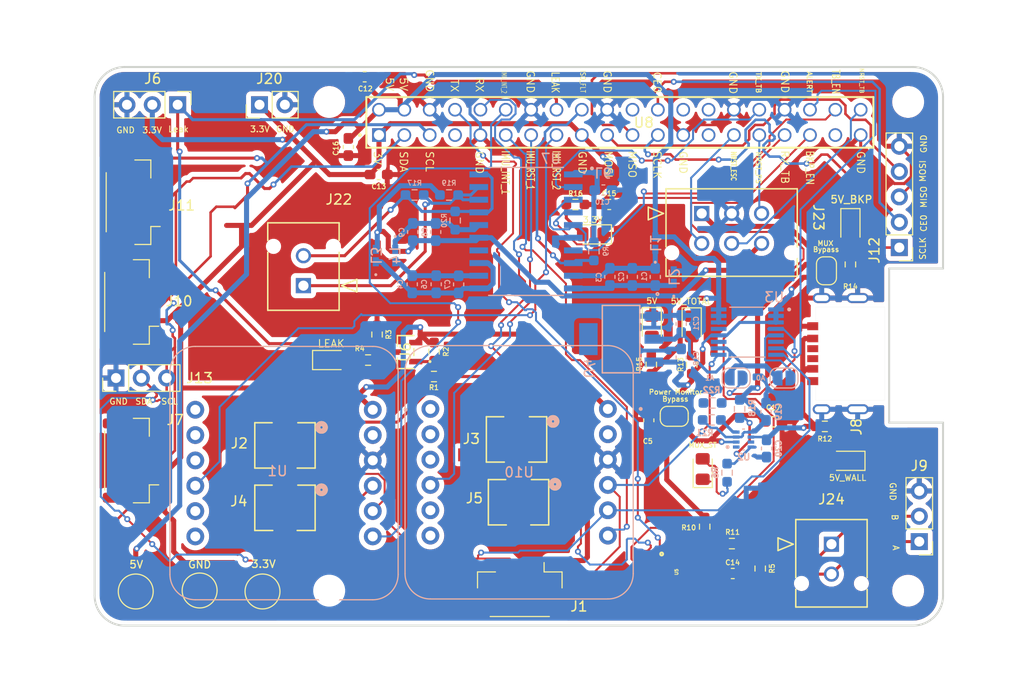
<source format=kicad_pcb>
(kicad_pcb (version 20240108) (generator "pcbnew") (generator_version "8.0")
  (layers (0 "F.Cu" signal) (31 "B.Cu" signal) (34 "B.Paste" user) (35 "F.Paste" user) (36 "B.SilkS" user "B.Silkscreen") (37 "F.SilkS" user "F.Silkscreen") (38 "B.Mask" user) (39 "F.Mask" user) (44 "Edge.Cuts" user))
  (net 0 "")
  (net 1 "Net-(U7-GND1)")
  (net 2 "Net-(U7-VDD)")
  (net 3 "Net-(U7-GND2)")
  (net 4 "Net-(U7-VISOOUT)")
  (net 5 "GND")
  (net 6 "+5V")
  (net 7 "GND_TB")
  (net 8 "Net-(U7-VIO)")
  (net 9 "+3V3")
  (net 10 "/Power/5V_TOTAL")
  (net 11 "/Power/5V_BACKPLANE")
  (net 12 "/Power/5V_WALL_IN")
  (net 13 "/Power/Vs")
  (net 14 "Net-(D1-A)")
  (net 15 "Net-(D2-A)")
  (net 16 "Net-(D4-A)")
  (net 17 "Net-(D5-A)")
  (net 18 "Net-(D6-A)")
  (net 19 "Net-(D7-A)")
  (net 20 "Net-(D8-A)")
  (net 21 "/Pi + IMU/SDA")
  (net 22 "/Pi + IMU/SCL")
  (net 23 "/Sensors/PROBE")
  (net 24 "/Pi + IMU/LEAK")
  (net 27 "/Pi + IMU/CE0")
  (net 28 "/Pi + IMU/MISO")
  (net 29 "/Pi + IMU/MOSI")
  (net 30 "/Pi + IMU/SCLK")
  (net 31 "/Pi + IMU/RX")
  (net 32 "/Pi + IMU/TX")
  (net 33 "Net-(U7-A)")
  (net 34 "Net-(U7-B)")
  (net 35 "/Pi + IMU/NRST_TB")
  (net 36 "/Pi + IMU/NRST_ESC")
  (net 37 "/Pi + IMU/NRST_PS")
  (net 38 "Net-(JP1-B)")
  (net 39 "Net-(JP2-B)")
  (net 40 "Net-(U6-BASE)")
  (net 41 "Net-(U2-ST)")
  (net 42 "/Pi + IMU/ISO_FLT")
  (net 43 "Net-(U2-PR1)")
  (net 45 "/Pi + IMU/IMU_INT_2")
  (net 47 "/Pi + IMU/IMU_RST_2")
  (net 53 "/Pi + IMU/ALERT")
  (net 54 "/Pi + IMU/BKP_EN")
  (net 55 "/Pi + IMU/TB_EN")
  (net 56 "/Pi + IMU/TX_TB")
  (net 57 "/Pi + IMU/RX_TB")
  (net 62 "/Pi + IMU/IMU_INT_1")
  (net 64 "/Pi + IMU/IMU_RST_1")
  (net 71 "+3V3_TB")
  (net 72 "/UART/A")
  (net 73 "/UART/B")
  (footprint "Resistor_SMD:R_0603_1608Metric_Pad0.98x0.95mm_HandSolder" (layer "F.Cu") (at 173.525 126)
    (property "Reference" "R11")
    (property "Value" "10k")
  )
  (footprint "LED_SMD:LED_0805_2012Metric_Pad1.15x1.40mm_HandSolder" (layer "F.Cu") (at 185.4 94.275 -90)
    (property "Reference" "5V_BKP")
    (property "Value" "LED")
  )
  (footprint "leak_footprint:CONN_BM02B-GHS-TBT_JST" (layer "F.Cu") (at 151.95 115.556299)
    (property "Reference" "J3")
    (property "Value" "BM02B-GHS-TBT")
  )
  (footprint "Resistor_SMD:R_0603_1608Metric_Pad0.98x0.95mm_HandSolder" (layer "F.Cu") (at 137.975 105.0375 -90)
    (property "Reference" "R3")
    (property "Value" "1K")
  )
  (footprint "MMBT3906LT3G:SOT-23-3_1P4X3P040_ONS" (layer "F.Cu") (at 140.8375 106.8 90)
    (property "Reference" "U6")
    (property "Value" "MMBT3906LT3G")
  )
  (footprint "LED_SMD:LED_0805_2012Metric_Pad1.15x1.40mm_HandSolder" (layer "F.Cu") (at 165.5 104.205 -90)
    (property "Reference" "5V")
    (property "Value" "LED")
  )
  (footprint "Capacitor_SMD:C_0603_1608Metric_Pad1.08x0.95mm_HandSolder" (layer "F.Cu") (at 135.1 86.2375 90)
    (property "Reference" "C16")
    (property "Value" "10uF")
  )
  (footprint "Connector_PinHeader_2.54mm:PinHeader_1x03_P2.54mm_Vertical" (layer "F.Cu") (at 118 82 -90)
    (property "Reference" "J6")
    (property "Value" "Conn_01x03_Pin")
  )
  (footprint "0430450212/:CON_430450212_MOL" (layer "F.Cu") (at 130.600001 100.14)
    (property "Reference" "J22")
    (property "Value" "430450212" (hide yes))
  )
  (footprint "UJC_HP_L_G_5_MSMT_TR:CUI_UJC-HP-L-G-5-MSMT-TR" (layer "F.Cu") (at 186.125 106.95675 90)
    (property "Reference" "J8")
    (property "Value" "UJC-HP-L-G-5-MSMT-TR")
    (fp_line (start 4.67 -4.2) (end 4.67 2.7) (stroke (width 0.01)) (layer "Edge.Cuts"))
    (fp_line (start 3.26 -4.2) (end 4.67 -4.2) (stroke (width 0.01)) (layer "Edge.Cuts"))
    (fp_line (start -3.26 -4.2) (end -3.26 -3.95) (stroke (width 0.01)) (layer "Edge.Cuts"))
    (fp_line (start -4.67 -4.2) (end -3.26 -4.2) (stroke (width 0.01)) (layer "Edge.Cuts"))
    (fp_line (start 3.26 -3.95) (end 3.26 -4.2) (stroke (width 0.01)) (layer "Edge.Cuts"))
    (fp_line (start -3.26 -3.95) (end 3.26 -3.95) (stroke (width 0.01)) (layer "Edge.Cuts"))
    (fp_line (start 4.67 2.7) (end -4.67 2.7) (stroke (width 0.01)) (layer "Edge.Cuts"))
    (fp_line (start -4.67 2.7) (end -4.67 -4.2) (stroke (width 0.01)) (layer "Edge.Cuts"))
  )
  (footprint "leak_footprint:CONN_BM02B-GHS-TBT_JST" (layer "F.Cu") (at 152.15 121.856299)
    (property "Reference" "J5")
    (property "Value" "BM02B-GHS-TBT")
  )
  (footprint "LED_SMD:LED_0805_2012Metric_Pad1.15x1.40mm_HandSolder" (layer "F.Cu") (at 170.6 118.525 90)
    (property "Reference" "MUX_ST")
    (property "Value" "LED")
  )
  (footprint "Connector_JST:JST_GH_BM04B-GHS-TBT_1x04-1MP_P1.25mm_Vertical" (layer "F.Cu") (at 152.275 130.7 180)
    (property "Reference" "J1")
    (property "Value" "BM04B-GHS-TBT" (hide yes))
  )
  (footprint "Capacitor_SMD:C_0603_1608Metric_Pad1.08x0.95mm_HandSolder" (layer "F.Cu") (at 165.2 113.6375 -90)
    (property "Reference" "C5")
    (property "Value" "150uF")
  )
  (footprint "Jumper:SolderJumper-2_P1.3mm_Open_RoundedPad1.0x1.5mm" (layer "F.Cu") (at 183 98.65 -90)
    (property "Reference" "MUX")
    (property "Value" "SolderJumper_2_Open" (hide yes))
  )
  (footprint "Resistor_SMD:R_0603_1608Metric_Pad0.98x0.95mm_HandSolder" (layer "F.Cu") (at 165.45 108.0625 90)
    (property "Reference" "R15")
    (property "Value" "240")
  )
  (footprint "Capacitor_SMD:C_0603_1608Metric_Pad1.08x0.95mm_HandSolder" (layer "F.Cu") (at 177.6825 113.79325)
    (property "Reference" "C17")
    (property "Value" "150uF")
  )
  (footprint "TSW-120-09-G-D:SAMTEC_TSW-120-09-G-D" (layer "F.Cu") (at 138.17 85.04)
    (property "Reference" "U8")
    (property "Value" "RASPBERRY_PI_4B_4GB" (hide yes))
  )
  (footprint "Connector_PinHeader_2.54mm:PinHeader_1x03_P2.54mm_Vertical" (layer "F.Cu") (at 192.3 125.8 180)
    (property "Reference" "J9")
    (property "Value" "Conn_01x03_Pin")
  )
  (footprint "Resistor_SMD:R_0603_1608Metric_Pad0.98x0.95mm_HandSolder" (layer "F.Cu") (at 157.85 92 180)
    (property "Reference" "R16")
    (property "Value" "100")
  )
  (footprint "LED_SMD:LED_0805_2012Metric_Pad1.15x1.40mm_HandSolder" (layer "F.Cu") (at 169.5 104.225 -90)
    (property "Reference" "5V_TOTAL")
    (property "Value" "LED")
  )
  (footprint "TestPoint:TestPoint_Pad_D3.0mm" (layer "F.Cu") (at 113.8 130.8)
    (property "Reference" "5V")
    (property "Value" "TestPoint" (hide yes))
  )
  (footprint "Connector_PinHeader_2.54mm:PinHeader_1x03_P2.54mm_Vertical" (layer "F.Cu") (at 111.82 109.4 90)
    (property "Reference" "J13")
    (property "Value" "Conn_01x03_Pin" (hide yes))
  )
  (footprint "MountingHole:MountingHole_2.7mm_M2.5_ISO14580" (layer "F.Cu") (at 133.18 130.72)
    (property "Reference" "REF**" (hide yes))
    (property "Value" "MountingHole_2.7mm_M2.5_ISO14580" (hide yes))
  )
  (footprint "Capacitor_SMD:C_0603_1608Metric_Pad1.08x0.95mm_HandSolder" (layer "F.Cu") (at 173.6125 129 180)
    (property "Reference" "C14")
    (property "Value" "0.1uF")
  )
  (footprint "Resistor_SMD:R_0603_1608Metric_Pad0.98x0.95mm_HandSolder" (layer "F.Cu") (at 143.6875 106.75 90)
    (property "Reference" "R2")
    (property "Value" "27K")
  )
  (footprint "TestPoint:TestPoint_Pad_D3.0mm" (layer "F.Cu") (at 120.2 130.7)
    (property "Reference" "GND")
    (property "Value" "TestPoint" (hide yes))
  )
  (footprint "LED_SMD:LED_0805_2012Metric_Pad1.15x1.40mm_HandSolder" (layer "F.Cu") (at 159.6 95 180)
    (property "Reference" "3.3V")
    (property "Value" "LED")
  )
  (footprint "Resistor_SMD:R_0603_1608Metric_Pad0.98x0.95mm_HandSolder" (layer "F.Cu") (at 176.3625 128.5 -90)
    (property "Reference" "R5")
    (property "Value" "120")
  )
  (footprint "Jumper:SolderJumper-2_P1.3mm_Open_RoundedPad1.0x1.5mm" (layer "F.Cu") (at 167.75 113.2375 180)
    (property "Reference" "Power Monitor")
    (property "Value" "SolderJumper_2_Open" (hide yes))
  )
  (footprint "MountingHole:MountingHole_2.7mm_M2.5_ISO14580" (layer "F.Cu") (at 191.18 81.72)
    (property "Reference" "REF**" (hide yes))
    (property "Value" "MountingHole_2.7mm_M2.5_ISO14580" (hide yes))
  )
  (footprint "0430450212/:CON_430450212_MOL" (layer "F.Cu") (at 183.5 126.06 180)
    (property "Reference" "J24")
    (property "Value" "430450212" (hide yes))
  )
  (footprint "Connector_PinHeader_2.54mm:PinHeader_1x02_P2.54mm_Vertical" (layer "F.Cu") (at 126.2 82 90)
    (property "Reference" "J20")
    (property "Value" "Conn_01x02_Pin" (hide yes))
  )
  (footprint "Capacitor_SMD:C_0603_1608Metric_Pad1.08x0.95mm_HandSolder" (layer "F.Cu") (at 138.1375 89)
    (property "Reference" "C13")
    (property "Value" "10uF")
  )
  (footprint "leak_footprint:CONN_BM02B-GHS-TBT_JST" (layer "F.Cu") (at 128.75 122.412598)
    (property "Reference" "J4")
    (property "Value" "BM02B-GHS-TBT")
  )
  (footprint "MountingHole:MountingHole_2.7mm_M2.5_ISO14580" (layer "F.Cu") (at 133.18 81.72)
    (property "Reference" "REF**" (hide yes))
    (property "Value" "MountingHole_2.7mm_M2.5_ISO14580" (hide yes))
  )
  (footprint "MAX485:SO08" (layer "F.Cu") (at 167.4787 128.845 -90)
    (property "Reference" "U5")
    (property "Value" "MAX485")
  )
  (footprint "LED_SMD:LED_0805_2012Metric_Pad1.15x1.40mm_HandSolder" (layer "F.Cu") (at 185 117.7 180)
    (property "Reference" "5V_WALL")
    (property "Value" "LED")
  )
  (footprint "Resistor_SMD:R_0603_1608Metric_Pad0.98x0.95mm_HandSolder" (layer "F.Cu") (at 182.8375 114.25)
    (property "Reference" "R12")
    (property "Value" "240")
  )
  (footprint "TestPoint:TestPoint_Pad_D3.0mm" (layer "F.Cu") (at 126.5 130.8)
    (property "Reference" "3.3V")
    (property "Value" "TestPoint" (hide yes))
  )
  (footprint "Resistor_SMD:R_0603_1608Metric_Pad0.98x0.95mm_HandSolder" (layer "F.Cu") (at 143.675 109.25 180)
    (property "Reference" "R1")
    (property "Value" "1K")
  )
  (footprint "Connector_PinHeader_2.54mm:PinHeader_1x05_P2.54mm_Vertical" (layer "F.Cu") (at 190.3 96.32 180)
    (property "Reference" "J12")
    (property "Value" "Conn_01x05_Pin")
  )
  (footprint "Connector_JST:JST_GH_BM04B-GHS-TBT_1x04-1MP_P1.25mm_Vertical" (layer "F.Cu") (at 113.3 117.675 90)
    (property "Reference" "J7")
    (property "Value" "BM04B-GHS-TBT" (hide yes))
  )
  (footprint "CON_430450612_MOL:CON_430450612_MOL" (layer "F.Cu") (at 170.500002 92.900001 180)
    (property "Reference" "J23")
    (property "Value" "430450612")
  )
  (footprint "Resistor_SMD:R_0603_1608Metric_Pad0.98x0.95mm_HandSolder" (layer "F.Cu") (at 170.8 124.3 -90)
    (property "Reference" "R10")
    (property "Value" "10k")
  )
  (footprint "Connector_JST:JST_GH_BM04B-GHS-TBT_1x04-1MP_P1.25mm_Vertical" (layer "F.Cu") (at 113.45 91.775 90)
    (property "Reference" "J11")
    (property "Value" "BM04B-GHS-TBT" (hide yes))
  )
  (footprint "Resistor_SMD:R_0603_1608Metric_Pad0.98x0.95mm_HandSolder" (layer "F.Cu") (at 137.075 107.6 180)
    (property "Reference" "R4")
    (property "Value" "240")
  )
  (footprint "Resistor_SMD:R_0603_1608Metric_Pad0.98x0.95mm_HandSolder" (layer "F.Cu") (at 185.4 98.0125 90)
    (property "Reference" "R14")
    (property "Value" "240")
  )
  (footprint "Capacitor_SMD:C_0603_1608Metric_Pad1.08x0.95mm_HandSolder" (layer "F.Cu") (at 136.7375 79.2 180)
    (property "Reference" "C12")
    (property "Value" "10uF")
  )
  (footprint "Connector_JST:JST_GH_BM04B-GHS-TBT_1x04-1MP_P1.25mm_Vertical" (layer "F.Cu") (at 113.3 101.775 90)
    (property "Reference" "J10")
    (property "Value" "BM04B-GHS-TBT" (hide yes))
  )
  (footprint "LED_SMD:LED_0805_2012Metric_Pad1.15x1.40mm_HandSolder" (layer "F.Cu") (at 133.375 107.6)
    (property "Reference" "LEAK")
    (property "Value" "LED")
  )
  (footprint "leak_footprint:CONN_BM02B-GHS-TBT_JST" (layer "F.Cu") (at 128.75 116.156299)
    (property "Reference" "J2")
    (property "Value" "BM02B-GHS-TBT")
  )
  (footprint "MountingHole:MountingHole_2.7mm_M2.5_ISO14580" (layer "F.Cu") (at 191.18 130.72)
    (property "Reference" "REF**" (hide yes))
    (property "Value" "MountingHole_2.7mm_M2.5_ISO14580" (hide yes))
  )
  (footprint "Capacitor_SMD:C_0603_1608Metric_Pad1.08x0.95mm_HandSolder" (layer "F.Cu") (at 161.2375 92)
    (property "Reference" "C15")
    (property "Value" "10uF")
  )
  (footprint "Resistor_SMD:R_0603_1608Metric_Pad0.98x0.95mm_HandSolder" (layer "F.Cu") (at 169.5 108.0625 90)
    (property "Reference" "R13")
    (property "Value" "240")
  )
  (footprint "BLM15EX331SN1D:IND_BLM15_MUR-M" (layer "B.Cu") (at 167.7 99.2723 90)
    (property "Reference" "L2")
    (property "Value" "BLM15EX331SN1D")
  )
  (footprint "Resistor_SMD:R_0603_1608Metric_Pad0.98x0.95mm_HandSolder" (layer "B.Cu") (at 171.5875 111.9)
    (property "Reference" "R22")
    (property "Value" "2K")
  )
  (footprint "BLM15EX331SN1D:IND_BLM15_MUR-M" (layer "B.Cu") (at 165.85 95.8723 90)
    (property "Reference" "L1")
    (property "Value" "BLM15EX331SN1D")
  )
  (footprint "Resistor_SMD:R_0603_1608Metric_Pad0.98x0.95mm_HandSolder" (layer "B.Cu") (at 171.5125 113.6)
    (property "Reference" "R21")
    (property "Value" "1K")
  )
  (footprint "Capacitor_SMD:C_0603_1608Metric_Pad1.08x0.95mm_HandSolder" (layer "B.Cu") (at 168.45 103.9785 90)
    (property "Reference" "C21")
    (property "Value" "22uF")
  )
  (footprint "4754:MODULE_4754" (layer "B.Cu") (at 128.06675 122.12 -90)
    (property "Reference" "U1")
    (property "Value" "4754" (hide yes))
  )
  (footprint "BLM15EX331SN1D:IND_BLM15_MUR-M" (layer "B.Cu") (at 137.85 97.1223 90)
    (property "Reference" "L3")
    (property "Value" "BLM15EX331SN1D")
  )
  (footprint "Resistor_SMD:R_0603_1608Metric_Pad0.98x0.95mm_HandSolder" (layer "B.Cu") (at 145.1875 91.05 180)
    (property "Reference" "R19")
    (property "Value" "10k")
  )
  (footprint "Resistor_SMD:R_0603_1608Metric_Pad0.98x0.95mm_HandSolder" (layer "B.Cu") (at 159.7 96.7 90)
    (property "Reference" "R9")
    (property "Value" "5k")
  )
  (footprint "AZ1117IH_3_3TRG1:SOT223_AZ1117I_6P5X3P5_DIO-M" (layer "B.Cu") (at 162.4234 105.5 -90)
    (property "Reference" "U4")
    (property "Value" "AZ1117IH-3.3TRG1")
  )
  (footprint "Resistor_SMD:R_0603_1608Metric_Pad0.98x0.95mm_HandSolder" (layer "B.Cu") (at 141.7375 91.05 180)
    (property "Reference" "R17")
    (property "Value" "120")
  )
  (footprint "INA260AIPW:SOP65P640X120-16N" (layer "B.Cu") (at 175.07 104.8 180)
    (property "Reference" "U3")
    (property "Value" "INA260AIPW")
  )
  (footprint "Capacitor_SMD:C_0603_1608Metric_Pad1.08x0.95mm_HandSolder" (layer "B.Cu") (at 165.85 99.2625 -90)
    (property "Reference" "C1")
    (property "Value" "10uF")
  )
  (footprint "Jumper:SolderJumper-2_P1.3mm_Open_RoundedPad1.0x1.5mm" (layer "B.Cu") (at 173.95 109.4)
    (property "Reference" "A1")
    (property "Value" "SolderJumper_2_Open" (hide yes))
  )
  (footprint "Capacitor_SMD:C_0603_1608Metric_Pad1.08x0.95mm_HandSolder" (layer "B.Cu") (at 168.45 107.341 90)
    (property "Reference" "C18")
    (property "Value" "10uF")
  )
  (footprint "TPS2117DRLR:SOTFL50P160X60-8N" (layer "B.Cu") (at 174.695 115.56825)
    (property "Reference" "U2")
    (property "Value" "TPS2117DRLR")
  )
  (footprint "Capacitor_SMD:C_0603_1608Metric_Pad1.08x0.95mm_HandSolder" (layer "B.Cu") (at 163.55 99.2625 -90)
    (property "Reference" "C2")
    (property "Value" "1uF")
  )
  (footprint "Capacitor_SMD:C_0603_1608Metric_Pad1.08x0.95mm_HandSolder" (layer "B.Cu") (at 176.945 112.78075 -90)
    (property "Reference" "C19")
    (property "Value" "0.1uF")
  )
  (footprint "4754:MODULE_4754" (layer "B.Cu") (at 152.21 118.85 -90)
    (property "Reference" "U10")
    (property "Value" "4754")
  )
  (footprint "Resistor_SMD:R_0603_1608Metric_Pad0.98x0.95mm_HandSolder" (layer "B.Cu") (at 145.8 93.6125 -90)
    (property "Reference" "R20")
    (property "Value" "10k")
  )
  (footprint "Jumper:SolderJumper-2_P1.3mm_Open_RoundedPad1.0x1.5mm" (layer "B.Cu") (at 178.75 109.4)
    (property "Reference" "A0")
    (property "Value" "SolderJumper_2_Open" (hide yes))
  )
  (footprint "Capacitor_SMD:C_0603_1608Metric_Pad1.08x0.95mm_HandSolder" (layer "B.Cu") (at 161.3 99.2625 -90)
    (property "Reference" "C3")
    (property "Value" "10nF")
  )
  (footprint "Capacitor_SMD:C_0603_1608Metric_Pad1.08x0.95mm_HandSolder" (layer "B.Cu") (at 141.55 94.7625 -90)
    (property "Reference" "C9")
    (property "Value" "10uF")
  )
  (footprint "Resistor_SMD:R_0603_1608Metric_Pad0.98x0.95mm_HandSolder" (layer "B.Cu") (at 174.3 112.5 90)
    (property "Reference" "R18")
    (property "Value" "1K")
  )
  (footprint "BLM15EX331SN1D:IND_BLM15_MUR-M" (layer "B.Cu") (at 139.8 97.1223 -90)
    (property "Reference" "L4")
    (property "Value" "BLM15EX331SN1D")
  )
  (footprint "Capacitor_SMD:C_0603_1608Metric_Pad1.08x0.95mm_HandSolder" (layer "B.Cu") (at 146.15 100.0125 -90)
    (property "Reference" "C7")
    (property "Value" "10nF")
  )
  (footprint "BLM15EX331SN1D:IND_BLM15_MUR-M" (layer "B.Cu") (at 160.65 88.8)
    (property "Reference" "L6")
    (property "Value" "BLM15EX331SN1D")
  )
  (footprint "Capacitor_SMD:C_0603_1608Metric_Pad1.08x0.95mm_HandSolder" (layer "B.Cu") (at 141.5 100 -90)
    (property "Reference" "C4")
    (property "Value" "10uF")
  )
  (footprint "Capacitor_SMD:C_0603_1608Metric_Pad1.08x0.95mm_HandSolder" (layer "B.Cu") (at 143.85 94.7625 -90)
    (property "Reference" "C8")
    (property "Value" "0.1uF")
  )
  (footprint "Capacitor_SMD:C_0603_1608Metric_Pad1.08x0.95mm_HandSolder" (layer "B.Cu") (at 177 116.4625 -90)
    (property "Reference" "C20")
    (property "Value" "0.1uF")
  )
  (footprint "Capacitor_SMD:C_0603_1608Metric_Pad1.08x0.95mm_HandSolder" (layer "B.Cu") (at 143.9 100 -90)
    (property "Reference" "C6")
    (property "Value" "1uF")
  )
  (footprint "Capacitor_SMD:C_0603_1608Metric_Pad1.08x0.95mm_HandSolder" (layer "B.Cu") (at 160.65 90.55 180)
    (property "Reference" "C10")
    (property "Value" "0.1uF")
  )
  (footprint "Resistor_SMD:R_0603_1608Metric_Pad0.98x0.95mm_HandSolder" (layer "B.Cu") (at 173.045 118.89325 -90)
    (property "Reference" "R6")
    (property "Value" "240")
  )
  (footprint "ISOW1432BDFMR:SOIC127P1030X355-20N" (layer "B.Cu") (at 152.9 94.7 180)
    (property "Reference" "U7")
    (property "Value" "ISOW1432BDFMR")
  )
  (gr_line (start 194.68 98.42) (end 194.68 81.22) (stroke (width 0.2)) (layer "Edge.Cuts"))
  (gr_arc (start 109.68 81.220001) (mid 110.558679 79.09868) (end 112.68 78.22) (stroke (width 0.2)) (layer "Edge.Cuts"))
  (gr_arc (start 112.680001 134.22) (mid 110.55868 133.34132) (end 109.68 131.219999) (stroke (width 0.2)) (layer "Edge.Cuts"))
  (gr_line (start 189.28 113.87) (end 194.68 113.87) (stroke (width 0.2)) (layer "Edge.Cuts"))
  (gr_line (start 194.68 98.42) (end 189.28 98.42) (stroke (width 0.2)) (layer "Edge.Cuts"))
  (gr_arc (start 191.68 78.22) (mid 193.80132 79.09868) (end 194.68 81.22) (stroke (width 0.2)) (layer "Edge.Cuts"))
  (gr_line (start 112.680001 134.22) (end 191.68 134.22) (stroke (width 0.2)) (layer "Edge.Cuts"))
  (gr_arc (start 194.68 131.22) (mid 193.80132 133.34132) (end 191.68 134.22) (stroke (width 0.2)) (layer "Edge.Cuts"))
  (gr_line (start 189.28 98.42) (end 189.28 113.87) (stroke (width 0.2)) (layer "Edge.Cuts"))
  (gr_line (start 194.68 113.87) (end 194.68 131.22) (stroke (width 0.2)) (layer "Edge.Cuts"))
  (gr_line (start 112.68 78.22) (end 191.68 78.22) (stroke (width 0.2)) (layer "Edge.Cuts"))
  (gr_line (start 109.68 81.220001) (end 109.68 131.219999) (stroke (width 0.2)) (layer "Edge.Cuts"))
  (gr_text "Leak" (at 117 84.8 0) (layer "F.SilkS") (effects (font (size 0.6 0.6) (thickness 0.1) (bold yes)) (justify left bottom)))
  (gr_text "TX" (at 145.3 80.8 270) (layer "F.SilkS") (effects (font (size 0.75 0.75) (thickness 0.1) (bold yes)) (justify right bottom)))
  (gr_text "TX_TB" (at 175.9 80.9 270) (layer "F.SilkS") (effects (font (size 0.5 0.5) (thickness 0.1) (bold yes)) (justify right bottom)))
  (gr_text "3.3V" (at 114.4 84.9 0) (layer "F.SilkS") (effects (font (size 0.6 0.6) (thickness 0.1) (bold yes)) (justify left bottom)))
  (gr_text "IMU_INT_2" (at 150.4 80.9 270) (layer "F.SilkS") (effects (font (size 0.5 0.3) (thickness 0.05) (bold yes)) (justify right bottom)))
  (gr_text "GND" (at 158.1 89 270) (layer "F.SilkS") (effects (font (size 0.75 0.75) (thickness 0.1) (bold yes)) (justify right bottom)))
  (gr_text "RX_TB" (at 178.4 90 270) (layer "F.SilkS") (effects (font (size 0.75 0.75) (thickness 0.1) (bold yes)) (justify right bottom)))
  (gr_text "IMU_RST_2\n" (at 155.5 90.6 270) (layer "F.SilkS") (effects (font (size 0.75 0.5) (thickness 0.1) (bold yes)) (justify right bottom)))
  (gr_text "IMU_INT_1" (at 150.4 91.1 270) (layer "F.SilkS") (effects (font (size 0.75 0.6) (thickness 0.1) (bold yes)) (justify right bottom)))
  (gr_text "Bypass" (at 166.5 111.8 0) (layer "F.SilkS") (effects (font (size 0.5 0.5) (thickness 0.1) (bold yes)) (justify left bottom)))
  (gr_text "GND" (at 111.8 84.9 0) (layer "F.SilkS") (effects (font (size 0.6 0.6) (thickness 0.1) (bold yes)) (justify left bottom)))
  (gr_text "SCLK" (at 193 97.6 90) (layer "F.SilkS") (effects (font (size 0.6 0.6) (thickness 0.1) (bold yes)) (justify left bottom)))
  (gr_text "MISO" (at 193.1 92.4 90) (layer "F.SilkS") (effects (font (size 0.6 0.6) (thickness 0.1) (bold yes)) (justify left bottom)))
  (gr_text "TB_EN" (at 183.5 81 270) (layer "F.SilkS") (effects (font (size 0.75 0.55) (thickness 0.1) (bold yes)) (justify right bottom)))
  (gr_text "GND" (at 189.3 119.8 -90) (layer "F.SilkS") (effects (font (size 0.6 0.6) (thickness 0.1) (bold yes)) (justify left bottom)))
  (gr_text "SCL" (at 142.8 86.6 270) (layer "F.SilkS") (effects (font (size 0.75 0.75) (thickness 0.1) (bold yes)) (justify left bottom)))
  (gr_text "5V" (at 140.2 79.2 270) (layer "F.SilkS") (effects (font (size 0.75 0.75) (thickness 0.1) (bold yes)) (justify left bottom)))
  (gr_text "LEAK" (at 155.4 80.9 270) (layer "F.SilkS") (effects (font (size 0.75 0.6) (thickness 0.1) (bold yes)) (justify right bottom)))
  (gr_text "GND" (at 193.1 86.9 90) (layer "F.SilkS") (effects (font (size 0.6 0.6) (thickness 0.1) (bold yes)) (justify left bottom)))
  (gr_text "Bypass" (at 181.6 96.8 0) (layer "F.SilkS") (effects (font (size 0.5 0.5) (thickness 0.1) (bold yes)) (justify left bottom)))
  (gr_text "GND" (at 152.9 80.9 270) (layer "F.SilkS") (effects (font (size 0.75 0.75) (thickness 0.1) (bold yes)) (justify right bottom)))
  (gr_text "MOSI" (at 193 89.8 90) (layer "F.SilkS") (effects (font (size 0.6 0.6) (thickness 0.1) (bold yes)) (justify left bottom)))
  (gr_text "A" (at 189.6 126.1 -90) (layer "F.SilkS") (effects (font (size 0.6 0.6) (thickness 0.1) (bold yes)) (justify left bottom)))
  (gr_text "B" (at 189.5 123 -90) (layer "F.SilkS") (effects (font (size 0.6 0.6) (thickness 0.1) (bold yes)) (justify left bottom)))
  (gr_text "GND" (at 127.8 84.8 0) (layer "F.SilkS") (effects (font (size 0.6 0.6) (thickness 0.1) (bold yes)) (justify left bottom)))
  (gr_text "NRST_PS" (at 175.9 90 270) (layer "F.SilkS") (effects (font (size 0.5 0.5) (thickness 0.1) (bold yes)) (justify right bottom)))
  (gr_text "GND\n" (at 111.1 112.1 0) (layer "F.SilkS") (effects (font (size 0.6 0.6) (thickness 0.1) (bold yes)) (justify left bottom)))
  (gr_text "ISO_FLT" (at 158.3 78.5 270) (layer "F.SilkS") (effects (font (size 0.5 0.4) (thickness 0.07)) (justify left bottom)))
  (gr_text "5V" (at 138.8 79.2 270) (layer "F.SilkS") (effects (font (size 0.75 0.75) (thickness 0.1) (bold yes)) (justify left bottom)))
  (gr_text "BKP_EN" (at 180.9 90.1 270) (layer "F.SilkS") (effects (font (size 0.75 0.6) (thickness 0.1) (bold yes)) (justify right bottom)))
  (gr_text "GND" (at 178.4 80.9 270) (layer "F.SilkS") (effects (font (size 0.75 0.75) (thickness 0.1) (bold yes)) (justify right bottom)))
  (gr_text "RX" (at 147.8 80.8 270) (layer "F.SilkS") (effects (font (size 0.75 0.75) (thickness 0.1) (bold yes)) (justify right bottom)))
  (gr_text "CE0\n" (at 165.6 80.9 270) (layer "F.SilkS") (effects (font (size 0.75 0.75) (thickness 0.1) (bold yes)) (justify right bottom)))
  (gr_text "GND" (at 168.2 89 270) (layer "F.SilkS") (effects (font (size 0.75 0.75) (thickness 0.1) (bold yes)) (justify right bottom)))
  (gr_text "MOSI" (at 160.7 89.4 270) (layer "F.SilkS") (effects (font (size 0.75 0.75) (thickness 0.1) (bold yes)) (justify right bottom)))
  (gr_text "MISO" (at 163.1 89.4 270) (layer "F.SilkS") (effects (font (size 0.75 0.75) (thickness 0.1) (bold yes)) (justify right bottom)))
  (gr_text "NRST_TB" (at 186.3 80.9 270) (layer "F.SilkS") (effects (font (size 0.4 0.4) (thickness 0.07) (bold yes)) (justify right bottom)))
  (gr_text "3.3V" (at 125.2 84.8 0) (layer "F.SilkS") (effects (font (size 0.6 0.6) (thickness 0.1) (bold yes)) (justify left bottom)))
  (gr_text "GND" (at 160.6 80.9 270) (layer "F.SilkS") (effects (font (size 0.75 0.75) (thickness 0.1) (bold yes)) (justify right bottom)))
  (gr_text "GND" (at 147.8 89 270) (layer "F.SilkS") (effects (font (size 0.75 0.75) (thickness 0.1) (bold yes)) (justify right bottom)))
  (gr_text "GND" (at 173.2 81 270) (layer "F.SilkS") (effects (font (size 0.75 0.75) (thickness 0.1) (bold yes)) (justify right bottom)))
  (gr_text "GND" (at 142.8 80.8 270) (layer "F.SilkS") (effects (font (size 0.75 0.75) (thickness 0.1) (bold yes)) (justify right bottom)))
  (gr_text "CE0" (at 193.1 94.8 90) (layer "F.SilkS") (effects (font (size 0.6 0.6) (thickness 0.1) (bold yes)) (justify left bottom)))
  (gr_text "GND" (at 186 89 270) (layer "F.SilkS") (effects (font (size 0.75 0.75) (thickness 0.1)) (justify right bottom)))
  (gr_text "IMU_RST_1" (at 152.9 90.6 270) (layer "F.SilkS") (effects (font (size 0.75 0.5) (thickness 0.1) (bold yes)) (justify right bottom)))
  (gr_text "SDA\n" (at 140.2 86.6 270) (layer "F.SilkS") (effects (font (size 0.75 0.75) (thickness 0.1) (bold yes)) (justify left bottom)))
  (gr_text "ALERT" (at 181 80.9 270) (layer "F.SilkS") (effects (font (size 0.5 0.5) (thickness 0.1) (bold yes)) (justify right bottom)))
  (gr_text "3V" (at 137.6 86.6 -90) (layer "F.SilkS") (effects (font (size 0.75 0.75) (thickness 0.1) (bold yes)) (justify left bottom)))
  (gr_text "NRST_ESC" (at 173.4 89.7 270) (layer "F.SilkS") (effects (font (size 0.5 0.4) (thickness 0.1) (bold yes)) (justify right bottom)))
  (gr_text "SCLK" (at 165.6 89.5 270) (layer "F.SilkS") (effects (font (size 0.75 0.75) (thickness 0.1) (bold yes)) (justify right bottom)))
  (gr_text "SDA" (at 113.7 112.1 0) (layer "F.SilkS") (effects (font (size 0.6 0.6) (thickness 0.1) (bold yes)) (justify left bottom)))
  (gr_text "SCL" (at 116.3 112.1 0) (layer "F.SilkS") (effects (font (size 0.6 0.6) (thickness 0.1) (bold yes)) (justify left bottom)))
  (segment (start 161.3 100.125) (end 163.55 100.125) (width 0.508) (layer "B.Cu") (net 1))
  (segment (start 161.01 100.415) (end 161.3 100.125) (width 0.508) (layer "B.Cu") (net 1))
  (segment (start 167.4696 100.125) (end 167.7 99.8946) (width 0.508) (layer "B.Cu") (net 1))
  (segment (start 163.55 100.125) (end 165.85 100.125) (width 0.508) (layer "B.Cu") (net 1))
  (segment (start 165.85 100.125) (end 167.4696 100.125) (width 0.508) (layer "B.Cu") (net 1))
  (segment (start 157.635 100.415) (end 161.01 100.415) (width 0.508) (layer "B.Cu") (net 1))
  (segment (start 165.85 98.4) (end 165.85 96.4946) (width 0.508) (layer "B.Cu") (net 2))
  (segment (start 161.3 98.4) (end 163.55 98.4) (width 0.508) (layer "B.Cu") (net 2))
  (segment (start 160.555 99.145) (end 161.3 98.4) (width 0.508) (layer "B.Cu") (net 2))
  (segment (start 163.55 98.4) (end 165.85 98.4) (width 0.508) (layer "B.Cu") (net 2))
  (segment (start 157.635 99.145) (end 160.555 99.145) (width 0.508) (layer "B.Cu") (net 2))
  (segment (start 149.1 100.415) (end 148.165 100.415) (width 0.508) (layer "B.Cu") (net 3))
  (segment (start 148.165 97.875) (end 149.1 97.875) (width 0.508) (layer "B.Cu") (net 3))
  (segment (start 138.3821 97.7446) (end 141.5 100.8625) (width 0.508) (layer "B.Cu") (net 3))
  (segment (start 137.85 97.7446) (end 138.3821 97.7446) (width 0.508) (layer "B.Cu") (net 3))
  (segment (start 149.6 98.375) (end 149.6 99.915) (width 0.508) (layer "B.Cu") (net 3))
  (segment (start 143.9 100.8625) (end 141.5 100.8625) (width 0.508) (layer "B.Cu") (net 3))
  (segment (start 149.1 97.875) (end 149.6 98.375) (width 0.508) (layer "B.Cu") (net 3))
  (segment (start 143.9125 100.875) (end 143.9 100.8625) (width 0.508) (layer "B.Cu") (net 3))
  (segment (start 149.6 99.915) (end 149.1 100.415) (width 0.508) (layer "B.Cu") (net 3))
  (segment (start 146.15 100.875) (end 143.9125 100.875) (width 0.508) (layer "B.Cu") (net 3))
  (segment (start 148.165 100.415) (end 146.61 100.415) (width 0.508) (layer "B.Cu") (net 3))
  (segment (start 146.61 100.415) (end 146.15 100.875) (width 0.508) (layer "B.Cu") (net 3))
  (segment (start 143.9 99.1375) (end 141.5 99.1375) (width 0.508) (layer "B.Cu") (net 4))
  (segment (start 146.15 99.15) (end 143.9125 99.15) (width 0.508) (layer "B.Cu") (net 4))
  (segment (start 146.155 99.145) (end 146.15 99.15) (width 0.508) (layer "B.Cu") (net 4))
  (segment (start 139.8 97.7446) (end 140.1071 97.7446) (width 0.508) (layer "B.Cu") (net 4))
  (segment (start 148.165 99.145) (end 146.155 99.145) (width 0.508) (layer "B.Cu") (net 4))
  (segment (start 143.9125 99.15) (end 143.9 99.1375) (width 0.508) (layer "B.Cu") (net 4))
  (segment (start 140.1071 97.7446) (end 141.5 99.1375) (width 0.508) (layer "B.Cu") (net 4))
  (segment (start 168.65 85.04) (end 169.662 84.028) (width 0.254) (layer "F.Cu") (net 5))
  (segment (start 191.5024 89.198051) (end 190.798051 89.9024) (width 0.3048) (layer "F.Cu") (net 5))
  (segment (start 190.3 86.16) (end 191.5024 87.3624) (width 0.3048) (layer "F.Cu") (net 5))
  (segment (start 172.202 84.028) (end 173.73 82.5) (width 0.254) (layer "F.Cu") (net 5))
  (segment (start 191.5024 87.3624) (end 191.5024 89.198051) (width 0.3048) (layer "F.Cu") (net 5))
  (segment (start 189.801949 89.9024) (end 186.43 86.530451) (width 0.3048) (layer "F.Cu") (net 5))
  (segment (start 186.43 86.530451) (end 186.43 85.04) (width 0.3048) (layer "F.Cu") (net 5))
  (segment (start 171.1 119.775) (end 171.375 119.775) (width 0.2) (layer "F.Cu") (net 5))
  (segment (start 190.798051 89.9024) (end 189.801949 89.9024) (width 0.3048) (layer "F.Cu") (net 5))
  (segment (start 169.662 84.028) (end 172.202 84.028) (width 0.254) (layer "F.Cu") (net 5))
  (segment (start 148.33 83.967106) (end 147.2926 82.929706) (width 0.3048) (layer "B.Cu") (net 5))
  (segment (start 168.65 85.04) (end 168.65 84.946131) (width 0.254) (layer "B.Cu") (net 5))
  (segment (start 147.2926 82.070294) (end 148.300294 81.0626) (width 0.3048) (layer "B.Cu") (net 5))
  (segment (start 177.7726 81.4626) (end 174.7674 81.4626) (width 0.3048) (layer "B.Cu") (net 5))
  (segment (start 174.7674 81.4626) (end 173.73 82.5) (width 0.3048) (layer "B.Cu") (net 5))
  (segment (start 147.2926 82.929706) (end 147.2926 82.070294) (width 0.3048) (layer "B.Cu") (net 5))
  (segment (start 178.81 82.5) (end 177.7726 81.4626) (width 0.3048) (layer "B.Cu") (net 5))
  (segment (start 148.300294 81.0626) (end 151.9726 81.0626) (width 0.3048) (layer "B.Cu") (net 5))
  (segment (start 148.33 85.04) (end 148.33 83.967106) (width 0.3048) (layer "B.Cu") (net 5))
  (segment (start 151.9726 81.0626) (end 153.41 82.5) (width 0.3048) (layer "B.Cu") (net 5))
  (segment (start 167.1 113.2375) (end 167 113.3375) (width 0.508) (layer "F.Cu") (net 6))
  (segment (start 165.6375 113.2375) (end 167.1 113.2375) (width 0.508) (layer "F.Cu") (net 6))
  (segment (start 113.8 126.6) (end 113.9 126.5) (width 0.508) (layer "F.Cu") (net 6))
  (segment (start 135.295 85.375) (end 136.335 84.335) (width 0.508) (layer "F.Cu") (net 6))
  (segment (start 136.07799 79.2) (end 137.97799 81.1) (width 0.508) (layer "F.Cu") (net 6))
  (segment (start 165.45 108.975) (end 165.45 112.525) (width 0.508) (layer "F.Cu") (net 6))
  (segment (start 133.8 84.7) (end 134.6 83.9) (width 0.508) (layer "F.Cu") (net 6))
  (segment (start 136.335 84.335) (end 138.17 82.5) (width 0.508) (layer "F.Cu") (net 6))
  (segment (start 169.9 101.4) (end 171 101.4) (width 0.508) (layer "F.Cu") (net 6))
  (segment (start 165.5 113.1) (end 165.6375 113.2375) (width 0.508) (layer "F.Cu") (net 6))
  (segment (start 165.45 112.525) (end 165.2 112.775) (width 0.508) (layer "F.Cu") (net 6))
  (segment (start 137.97799 81.1) (end 140 81.1) (width 0.508) (layer "F.Cu") (net 6))
  (segment (start 134.6 83.9) (end 135.8 83.9) (width 0.508) (layer "F.Cu") (net 6))
  (segment (start 167 119.5875) (end 170.8 123.3875) (width 0.508) (layer "F.Cu") (net 6))
  (segment (start 168.346 106.079) (end 168.346 102.576466) (width 0.508) (layer "F.Cu") (net 6))
  (segment (start 165.2 112.775) (end 165.5 113.075) (width 0.508) (layer "F.Cu") (net 6))
  (segment (start 165.5 113.075) (end 165.5 113.1) (width 0.508) (layer "F.Cu") (net 6))
  (segment (start 140 81.1) (end 140.3 81.4) (width 0.508) (layer "F.Cu") (net 6))
  (segment (start 113.8 130.8) (end 113.8 126.6) (width 0.508) (layer "F.Cu") (net 6))
  (segment (start 140.3 81.4) (end 140.3 82.09) (width 0.508) (layer "F.Cu") (net 6))
  (segment (start 135.1 85.375) (end 135.295 85.375) (width 0.508) (layer "F.Cu") (net 6))
  (segment (start 136.235 84.335) (end 136.335 84.335) (width 0.508) (layer "F.Cu") (net 6))
  (segment (start 165.45 108.975) (end 168.346 106.079) (width 0.508) (layer "F.Cu") (net 6))
  (segment (start 169.522466 101.4) (end 169.9 101.4) (width 0.508) (layer "F.Cu") (net 6))
  (segment (start 135.875 79.2) (end 136.07799 79.2) (width 0.508) (layer "F.Cu") (net 6))
  (segment (start 140.3 82.09) (end 140.71 82.5) (width 0.508) (layer "F.Cu") (net 6))
  (segment (start 167 113.3375) (end 167 119.5875) (width 0.508) (layer "F.Cu") (net 6))
  (segment (start 132.9 84.7) (end 133.8 84.7) (width 0.508) (layer "F.Cu") (net 6))
  (segment (start 135.8 83.9) (end 136.235 84.335) (width 0.508) (layer "F.Cu") (net 6))
  (segment (start 168.346 102.576466) (end 169.522466 101.4) (width 0.508) (layer "F.Cu") (net 6))
  (via (at 171 101.4) (size 0.6) (drill 0.3) (layers "F.Cu" "B.Cu") (net 6))
  (via (at 113.9 126.5) (size 0.6) (drill 0.3) (layers "F.Cu" "B.Cu") (net 6))
  (via (at 132.9 84.7) (size 0.6) (drill 0.3) (layers "F.Cu" "B.Cu") (net 6))
  (segment (start 167.4 85.9) (end 167.4 80.9) (width 0.508) (layer "B.Cu") (net 6))
  (segment (start 172.2 101.4) (end 172.2 97.9) (width 0.508) (layer "B.Cu") (net 6))
  (segment (start 166.9 80.8) (end 165.074 78.974) (width 0.508) (layer "B.Cu") (net 6))
  (segment (start 165.074 78.974) (end 143.726 78.974) (width 0.508) (layer "B.Cu") (net 6))
  (segment (start 124.9 91.4) (end 125.6 90.7) (width 0.508) (layer "B.Cu") (net 6))
  (segment (start 171.7 97.4) (end 169.9 97.4) (width 0.508) (layer "B.Cu") (net 6))
  (segment (start 172.2 102.525) (end 172.2 101.4) (width 0.508) (layer "B.Cu") (net 6))
  (segment (start 169.9 97.4) (end 167.75 95.25) (width 0.508) (layer "B.Cu") (net 6))
  (segment (start 167.4 80.9) (end 167.3 80.8) (width 0.508) (layer "B.Cu") (net 6))
  (segment (start 131.6 84.7) (end 132.9 84.7) (width 0.508) (layer "B.Cu") (net 6))
  (segment (start 125.6 90.7) (end 131.6 84.7) (width 0.508) (layer "B.Cu") (net 6))
  (segment (start 123.7 100.2) (end 124.9 99) (width 0.508) (layer "B.Cu") (net 6))
  (segment (start 167.75 95.25) (end 165.85 95.25) (width 0.508) (layer "B.Cu") (net 6))
  (segment (start 140.71 81.99) (end 140.71 82.5) (width 0.508) (layer "B.Cu") (net 6))
  (segment (start 118.204 122.196) (end 118.204 105.696) (width 0.508) (layer "B.Cu") (net 6))
  (segment (start 124.9 99) (end 124.9 91.4) (width 0.508) (layer "B.Cu") (net 6))
  (segment (start 113.9 126.5) (end 118.204 122.196) (width 0.508) (layer "B.Cu") (net 6))
  (segment (start 172.2 97.9) (end 171.7 97.4) (width 0.508) (layer "B.Cu") (net 6))
  (segment (start 172.2 103.175) (end 172.2 103.816) (width 0.508) (layer "B.Cu") (net 6))
  (segment (start 118.204 105.696) (end 123.7 100.2) (width 0.508) (layer "B.Cu") (net 6))
  (segment (start 167.3 80.8) (end 166.9 80.8) (width 0.508) (layer "B.Cu") (net 6))
  (segment (start 165.85 95.25) (end 165.85 87.45) (width 0.508) (layer "B.Cu") (net 6))
  (segment (start 172.2 102.525) (end 172.2 103.175) (width 0.508) (layer "B.Cu") (net 6))
  (segment (start 171 101.4) (end 172.2 101.4) (width 0.508) (layer "B.Cu") (net 6))
  (segment (start 143.726 78.974) (end 140.71 81.99) (width 0.508) (layer "B.Cu") (net 6))
  (segment (start 165.85 87.45) (end 167.4 85.9) (width 0.508) (layer "B.Cu") (net 6))
  (segment (start 138.17 82.5) (end 140.71 82.5) (width 0.508) (layer "B.Cu") (net 6))
  (segment (start 138.5 94.7) (end 138.1 94.7) (width 0.508) (layer "F.Cu") (net 7))
  (segment (start 139.1 95.2) (end 138.6 94.7) (width 0.508) (layer "F.Cu") (net 7))
  (segment (start 170.9 98.6) (end 173.8 98.6) (width 0.508) (layer "F.Cu") (net 7))
  (segment (start 138.6 94.7) (end 138.5 94.7) (width 0.508) (layer "F.Cu") (net 7))
  (segment (start 138.1 94.7) (end 138 94.8) (width 0.508) (layer "F.Cu") (net 7))
  (segment (start 141.1 96.7) (end 139.4 96.7) (width 0.508) (layer "F.Cu") (net 7))
  (segment (start 139.1 96.4) (end 139.1 95.2) (width 0.508) (layer "F.Cu") (net 7))
  (segment (start 139.4 96.7) (end 139.1 96.4) (width 0.508) (layer "F.Cu") (net 7))
  (segment (start 173.8 98.6) (end 176.5 95.9) (width 0.508) (layer "F.Cu") (net 7))
  (via (at 138 94.8) (size 0.6) (drill 0.3) (layers "F.Cu" "B.Cu") (net 7))
  (via (at 141.1 96.7) (size 0.6) (drill 0.3) (layers "F.Cu" "B.Cu") (net 7))
  (via (at 170.9 98.6) (size 0.6) (drill 0.3) (layers "F.Cu" "B.Cu") (net 7))
  (segment (start 149.42134 95.335) (end 153.881 99.79466) (width 0.508) (layer "B.Cu") (net 7))
  (segment (start 138.2 94.6) (end 138.2 92.20299) (width 0.508) (layer "B.Cu") (net 7))
  (segment (start 138.2 92.20299) (end 140.28199 90.121) (width 0.508) (layer "B.Cu") (net 7))
  (segment (start 148.165 95.335) (end 149.42134 95.335) (width 0.508) (layer "B.Cu") (net 7))
  (segment (start 138 94.8) (end 138 96.35) (width 0.508) (layer "B.Cu") (net 7))
  (segment (start 155.151 99.79466) (end 156.52534 101.169) (width 0.508) (layer "B.Cu") (net 7))
  (segment (start 147.875 95.625) (end 148.165 95.335) (width 0.508) (layer "B.Cu") (net 7))
  (segment (start 138 94.8) (end 138.2 94.6) (width 0.508) (layer "B.Cu") (net 7))
  (segment (start 141.55 95.625) (end 143.85 95.625) (width 0.508) (layer "B.Cu") (net 7))
  (segment (start 168.331 101.169) (end 170.9 98.6) (width 0.508) (layer "B.Cu") (net 7))
  (segment (start 156.52534 101.169) (end 168.331 101.169) (width 0.508) (layer "B.Cu") (net 7))
  (segment (start 141.55 96.25) (end 141.1 96.7) (width 0.508) (layer "B.Cu") (net 7))
  (segment (start 143.346 90.121) (end 144.275 91.05) (width 0.508) (layer "B.Cu") (net 7))
  (segment (start 141.55 95.625) (end 141.55 96.25) (width 0.508) (layer "B.Cu") (net 7))
  (segment (start 138 96.35) (end 137.85 96.5) (width 0.508) (layer "B.Cu") (net 7))
  (segment (start 143.85 95.625) (end 147.875 95.625) (width 0.508) (layer "B.Cu") (net 7))
  (segment (start 153.881 99.79466) (end 155.151 99.79466) (width 0.508) (layer "B.Cu") (net 7))
  (segment (start 140.28199 90.121) (end 143.346 90.121) (width 0.508) (layer "B.Cu") (net 7))
  (segment (start 160.0277 88.8) (end 160.0277 90.3098) (width 0.508) (layer "B.Cu") (net 8))
  (segment (start 160.0277 88.8) (end 157.82 88.8) (width 0.508) (layer "B.Cu") (net 8))
  (segment (start 159.7 90.975) (end 159.7 95.7875) (width 0.508) (layer "B.Cu") (net 8))
  (segment (start 160.0277 90.3098) (end 159.7875 90.55) (width 0.508) (layer "B.Cu") (net 8))
  (segment (start 159.7875 90.8875) (end 159.7 90.975) (width 0.508) (layer "B.Cu") (net 8))
  (segment (start 157.82 88.8) (end 157.635 88.985) (width 0.508) (layer "B.Cu") (net 8))
  (segment (start 159.7875 90.55) (end 159.7875 90.8875) (width 0.508) (layer "B.Cu") (net 8))
  (segment (start 153.6 105) (end 159.05 110.45) (width 0.508) (layer "F.Cu") (net 9))
  (segment (start 160.175 86.725) (end 160.6 87.15) (width 0.508) (layer "F.Cu") (net 9))
  (segment (start 138.17 85.04) (end 138.17 88.105) (width 0.508) (layer "F.Cu") (net 9))
  (segment (start 138.17 88.105) (end 137.275 89) (width 0.508) (layer "F.Cu") (net 9))
  (segment (start 143.1375 105.8375) (end 143.6875 105.8375) (width 0.508) (layer "F.Cu") (net 9))
  (segment (start 118.3 117.349999) (end 118.3 110.4) (width 0.508) (layer "F.Cu") (net 9))
  (segment (start 116.7 118.95) (end 116.7 122.8) (width 0.508) (layer "F.Cu") (net 9))
  (segment (start 142.3 104.3) (end 142.3 105) (width 0.508) (layer "F.Cu") (net 9))
  (segment (start 142.3 105) (end 142.3 105.401) (width 0.508) (layer "F.Cu") (net 9))
  (segment (start 118 103.7) (end 118 103.6) (width 0.508) (layer "F.Cu") (net 9))
  (segment (start 117.6 123.7) (end 117.6 126.8) (width 0.508) (layer "F.Cu") (net 9))
  (segment (start 155.2 127.7) (end 154.15 128.75) (width 0.508) (layer "F.Cu") (net 9))
  (segment (start 116.099999 119.55) (end 117.125 118.525) (width 0.508) (layer "F.Cu") (net 9))
  (segment (start 138.17 85.04) (end 139.309 83.901) (width 0.508) (layer "F.Cu") (net 9))
  (segment (start 124.4 94.1) (end 125.4 94.1) (width 0.508) (layer "F.Cu") (net 9))
  (segment (start 161.725 86.725) (end 160.175 86.725) (width 0.508) (layer "F.Cu") (net 9))
  (segment (start 159.05 110.45) (end 159.05 127.35) (width 0.508) (layer "F.Cu") (net 9))
  (segment (start 159.05 110.45) (end 161.1 112.5) (width 0.508) (layer "F.Cu") (net 9))
  (segment (start 118.3 104) (end 118 103.7) (width 0.508) (layer "F.Cu") (net 9))
  (segment (start 158.49 85.04) (end 160.175 86.725) (width 0.508) (layer "F.Cu") (net 9))
  (segment (start 135.36675 110.4) (end 136.083375 111.116625) (width 0.508) (layer "F.Cu") (net 9))
  (segment (start 133.2 89) (end 131.85 87.65) (width 0.508) (layer "F.Cu") (net 9))
  (segment (start 118 103.6) (end 117.5 103.1) (width 0.508) (layer "F.Cu") (net 9))
  (segment (start 117.6 126.8) (end 118.7 127.9) (width 0.508) (layer "F.Cu") (net 9))
  (segment (start 117.5 103.1) (end 124.4 96.2) (width 0.508) (layer "F.Cu") (net 9))
  (segment (start 160.6 87.15) (end 160.6 87.2) (width 0.508) (layer "F.Cu") (net 9))
  (segment (start 118.3 110.4) (end 118.3 104) (width 0.508) (layer "F.Cu") (net 9))
  (segment (start 142.3 105.401) (end 141.8535 105.8475) (width 0.508) (layer "F.Cu") (net 9))
  (segment (start 117.125 118.525) (end 116.7 118.95) (width 0.508) (layer "F.Cu") (net 9))
  (segment (start 162.229 91.071) (end 163 90.3) (width 0.508) (layer "F.Cu") (net 9))
  (segment (start 131.85 87.65) (end 129.3 85.1) (width 0.508) (layer "F.Cu") (net 9))
  (segment (start 142.3 105) (end 143.1375 105.8375) (width 0.508) (layer "F.Cu") (net 9))
  (segment (start 159.05 127.35) (end 158.7 127.7) (width 0.508) (layer "F.Cu") (net 9))
  (segment (start 163 90.3) (end 163 88) (width 0.508) (layer "F.Cu") (net 9))
  (segment (start 139.309 83.901) (end 157.351 83.901) (width 0.508) (layer "F.Cu") (net 9))
  (segment (start 118.3 110.4) (end 135.36675 110.4) (width 0.508) (layer "F.Cu") (net 9))
  (segment (start 158.7625 92) (end 160.375 92) (width 0.508) (layer "F.Cu") (net 9))
  (segment (start 136.083375 111.116625) (end 137.54675 112.58) (width 0.508) (layer "F.Cu") (net 9))
  (segment (start 122.9 94.1) (end 124.4 94.1) (width 0.508) (layer "F.Cu") (net 9))
  (segment (start 125.4 94.1) (end 131.85 87.65) (width 0.508) (layer "F.Cu") (net 9))
  (segment (start 128.9 85.5) (end 129.3 85.1) (width 0.508) (layer "F.Cu") (net 9))
  (segment (start 124.4 96.2) (end 124.4 94.1) (width 0.508) (layer "F.Cu") (net 9))
  (segment (start 117.125 118.525) (end 118.3 117.349999) (width 0.508) (layer "F.Cu") (net 9))
  (segment (start 118.7 127.9) (end 123.6 127.9) (width 0.508) (layer "F.Cu") (net 9))
  (segment (start 115.25 119.55) (end 116.099999 119.55) (width 0.508) (layer "F.Cu") (net 9))
  (segment (start 123.6 127.9) (end 126.5 130.8) (width 0.508) (layer "F.Cu") (net 9))
  (segment (start 116.7 122.8) (end 117.6 123.7) (width 0.508) (layer "F.Cu") (net 9))
  (segment (start 137.275 89) (end 133.2 89) (width 0.508) (layer "F.Cu") (net 9))
  (segment (start 160.375 92) (end 161.304 91.071) (width 0.508) (layer "F.Cu") (net 9))
  (segment (start 116.95 103.65) (end 117.5 103.1) (width 0.508) (layer "F.Cu") (net 9))
  (segment (start 115.25 103.65) (end 116.95 103.65) (width 0.508) (layer "F.Cu") (net 9))
  (segment (start 163 88) (end 161.725 86.725) (width 0.508) (layer "F.Cu") (net 9))
  (segment (start 136.083375 111.116625) (end 136.9 110.3) (width 0.508) (layer "F.Cu") (net 9))
  (segment (start 129.3 85.1) (end 126.2 82) (width 0.508) (layer "F.Cu") (net 9))
  (segment (start 157.351 83.901) (end 158.49 85.04) (width 0.508) (layer "F.Cu") (net 9))
  (segment (start 128.5 85.5) (end 128.9 85.5) (width 0.508) (layer "F.Cu") (net 9))
  (segment (start 161.304 91.071) (end 162.229 91.071) (width 0.508) (layer "F.Cu") (net 9))
  (segment (start 158.7 127.7) (end 155.2 127.7) (width 0.508) (layer "F.Cu") (net 9))
  (segment (start 142.3 105) (end 153.6 105) (width 0.508) (layer "F.Cu") (net 9))
  (via (at 160.6 87.2) (size 0.6) (drill 0.3) (layers "F.Cu" "B.Cu") (net 9))
  (via (at 136.9 110.3) (size 0.6) (drill 0.3) (layers "F.Cu" "B.Cu") (net 9))
  (via (at 142.3 104.3) (size 0.6) (drill 0.3) (layers "F.Cu" "B.Cu") (net 9))
  (via (at 128.5 85.5) (size 0.6) (drill 0.3) (layers "F.Cu" "B.Cu") (net 9))
  (segment (start 161.2723 87.8723) (end 161.2723 88.8) (width 0.508) (layer "B.Cu") (net 9))
  (segment (start 140.6 104.8) (end 141.1 104.3) (width 0.508) (layer "B.Cu") (net 9))
  (segment (start 141.2 104.3) (end 142.3 104.3) (width 0.508) (layer "B.Cu") (net 9))
  (segment (start 115.46 84.46) (end 115.46 82) (width 0.508) (layer "B.Cu") (net 9))
  (segment (start 140.6 108.7) (end 140.6 104.8) (width 0.508) (layer "B.Cu") (net 9))
  (segment (start 141.1 104.3) (end 141.2 104.3) (width 0.508) (layer "B.Cu") (net 9))
  (segment (start 160.6 87.2) (end 161.2723 87.8723) (width 0.508) (layer "B.Cu") (net 9))
  (segment (start 139 110.3) (end 140.6 108.7) (width 0.508) (layer "B.Cu") (net 9))
  (segment (start 116.5 85.5) (end 115.46 84.46) (width 0.508) (layer "B.Cu") (net 9))
  (segment (start 136.9 110.3) (end 139 110.3) (width 0.508) (layer "B.Cu") (net 9))
  (segment (start 128.5 85.5) (end 116.5 85.5) (width 0.508) (layer "B.Cu") (net 9))
  (segment (start 169.5 109.7) (end 169.1 110.1) (width 0.508) (layer "F.Cu") (net 10))
  (segment (start 169.1 110.1) (end 168.1 111.1) (width 0.508) (layer "F.Cu") (net 10))
  (segment (start 172.4 115.7) (end 172.5 115.8) (width 0.508) (layer "F.Cu") (net 10))
  (segment (start 171.3 115.7) (end 170 115.7) (width 0.508) (layer "F.Cu") (net 10))
  (segment (start 168.1 111.6) (end 168.4 111.9) (width 0.508) (layer "F.Cu") (net 10))
  (segment (start 170.6 107.875) (end 170.6 106.5) (width 0.508) (layer "F.Cu") (net 10))
  (segment (start 180.7 99.3) (end 179.5 100.5) (width 0.508) (layer "F.Cu") (net 10))
  (segment (start 169.5 108.975) (end 170.6 107.875) (width 0.508) (layer "F.Cu") (net 10))
  (segment (start 170 115.7) (end 168.4 114.1) (width 0.508) (layer "F.Cu") (net 10))
  (segment (start 173.854 113.146) (end 171.3 115.7) (width 0.508) (layer "F.Cu") (net 10))
  (segment (start 168.1 111.1) (end 168.1 111.6) (width 0.508) (layer "F.Cu") (net 10))
  (segment (start 183 99.3) (end 180.7 99.3) (width 0.508) (layer "F.Cu") (net 10))
  (segment (start 168.4 114.1) (end 168.4 113.2375) (width 0.508) (layer "F.Cu") (net 10))
  (segment (start 171.3 115.7) (end 172.4 115.7) (width 0.508) (layer "F.Cu") (net 10))
  (segment (start 176.17275 113.146) (end 173.854 113.146) (width 0.508) (layer "F.Cu") (net 10))
  (segment (start 169.5 108.975) (end 169.5 109.7) (width 0.508) (layer "F.Cu") (net 10))
  (segment (start 176.82 113.79325) (end 176.17275 113.146) (width 0.508) (layer "F.Cu") (net 10))
  (segment (start 168.4 111.9) (end 168.4 113.2375) (width 0.508) (layer "F.Cu") (net 10))
  (via (at 169.1 110.1) (size 0.6) (drill 0.3) (layers "F.Cu" "B.Cu") (net 10))
  (via (at 172.5 115.8) (size 0.6) (drill 0.3) (layers "F.Cu" "B.Cu") (net 10))
  (via (at 179.5 100.5) (size 0.6) (drill 0.3) (layers "F.Cu" "B.Cu") (net 10))
  (via (at 170.6 106.5) (size 0.6) (drill 0.3) (layers "F.Cu" "B.Cu") (net 10))
  (segment (start 168.0465 107.8) (end 168.45 108.2035) (width 0.508) (layer "B.Cu") (net 10))
  (segment (start 173.009768 105.125) (end 172.2 105.125) (width 0.3048) (layer "B.Cu") (net 10))
  (segment (start 170.6 105.940001) (end 170.6 106.5) (width 0.254) (layer "B.Cu") (net 10))
  (segment (start 169.1 110.1) (end 168.2 110.1) (width 0.508) (layer "B.Cu") (net 10))
  (segment (start 177.94 102.525) (end 177.94 103.175) (width 0.508) (layer "B.Cu") (net 10))
  (segment (start 171.415001 105.125) (end 170.6 105.940001) (width 0.254) (layer "B.Cu") (net 10))
  (segment (start 177.94 103.175) (end 177.94 103.816) (width 0.508) (layer "B.Cu") (net 10))
  (segment (start 172.2 105.125) (end 171.415001 105.125) (width 0.254) (layer "B.Cu") (net 10))
  (segment (start 179.5 100.5) (end 179.5 100.965) (width 0.508) (layer "B.Cu") (net 10))
  (segment (start 170.6 106.5) (end 170.6 106.6) (width 0.254) (layer "B.Cu") (net 10))
  (segment (start 172.51825 115.81825) (end 172.5 115.8) (width 0.254) (layer "B.Cu") (net 10))
  (segment (start 179.5 100.965) (end 177.94 102.525) (width 0.508) (layer "B.Cu") (net 10))
  (segment (start 165.7 107.8) (end 168.0465 107.8) (width 0.508) (layer "B.Cu") (net 10))
  (segment (start 167.8 109.7) (end 168.45 109.05) (width 0.508) (layer "B.Cu") (net 10))
  (segment (start 173.96 115.81825) (end 172.51825 115.81825) (width 0.254) (layer "B.Cu") (net 10))
  (segment (start 177.94 103.825) (end 174.309768 103.825) (width 0.3048) (layer "B.Cu") (net 10))
  (segment (start 174.309768 103.825) (end 173.009768 105.125) (width 0.3048) (layer "B.Cu") (net 10))
  (segment (start 168.2 110.1) (end 167.8 109.7) (width 0.508) (layer "B.Cu") (net 10))
  (segment (start 168.45 109.05) (end 168.45 108.2035) (width 0.508) (layer "B.Cu") (net 10))
  (segment (start 176.1 102.833682) (end 176.1 110.4) (width 0.508) (layer "F.Cu") (net 11))
  (segment (start 171.800001 94.2) (end 170.500002 92.900001) (width 0.508) (layer "F.Cu") (net 11))
  (segment (start 184.475 98) (end 185.4 98.925) (width 0.508) (layer "F.Cu") (net 11))
  (segment (start 183 98) (end 179.2 94.2) (width 0.508) (layer "F.Cu") (net 11))
  (segment (start 179.2 94.2) (end 171.800001 94.2) (width 0.508) (layer "F.Cu") (net 11))
  (segment (start 183 98) (end 184.475 98) (width 0.508) (layer "F.Cu") (net 11))
  (segment (start 180.933682 98) (end 176.1 102.833682) (width 0.508) (layer "F.Cu") (net 11))
  (segment (start 183 98) (end 180.933682 98) (width 0.508) (layer "F.Cu") (net 11))
  (via (at 176.1 110.4) (size 0.6) (drill 0.3) (layers "F.Cu" "B.Cu") (net 11))
  (segment (start 174.88925 111.5875) (end 176.945 113.64325) (width 0.508) (layer "B.Cu") (net 11))
  (segment (start 174.3 111.5875) (end 174.88925 111.5875) (width 0.508) (layer "B.Cu") (net 11))
  (segment (start 175.43 114.81825) (end 175.417 114.83125) (width 0.254) (layer "B.Cu") (net 11))
  (segment (start 174.76875 114.83125) (end 174.617 114.983) (width 0.254) (layer "B.Cu") (net 11))
  (segment (start 174.617 115.183) (end 174.48175 115.31825) (width 0.254) (layer "B.Cu") (net 11))
  (segment (start 173.96 115.31825) (end 172.904962 115.31825) (width 0.254) (layer "B.Cu") (net 11))
  (segment (start 176.1 110.4) (end 175.4875 110.4) (width 0.508) (layer "B.Cu") (net 11))
  (segment (start 175.4875 110.4) (end 174.3 111.5875) (width 0.508) (layer "B.Cu") (net 11))
  (segment (start 174.48175 115.31825) (end 173.96 115.31825) (width 0.254) (layer "B.Cu") (net 11))
  (segment (start 176.945 113.64325) (end 175.88825 114.7) (width 0.508) (layer "B.Cu") (net 11))
  (segment (start 174.617 114.983) (end 174.617 115.183) (width 0.254) (layer "B.Cu") (net 11))
  (segment (start 171.988712 114.402) (end 171.402 114.402) (width 0.254) (layer "B.Cu") (net 11))
  (segment (start 175.417 114.83125) (end 174.76875 114.83125) (width 0.254) (layer "B.Cu") (net 11))
  (segment (start 175.88825 114.7) (end 175.7 114.7) (width 0.508) (layer "B.Cu") (net 11))
  (segment (start 171.402 114.402) (end 170.6 113.6) (width 0.254) (layer "B.Cu") (net 11))
  (segment (start 172.904962 115.31825) (end 171.988712 114.402) (width 0.254) (layer "B.Cu") (net 11))
  (segment (start 180.621 112.946) (end 180.621 108.85275) (width 0.508) (layer "F.Cu") (net 12))
  (segment (start 181.925 114.25) (end 180.85 114.25) (width 0.508) (layer "F.Cu") (net 12))
  (segment (start 180.621 108.85275) (end 180.621 105.65275) (width 0.508) (layer "F.Cu") (net 12))
  (segment (start 180.621 105.65275) (end 180.837 105.43675) (width 0.508) (layer "F.Cu") (net 12))
  (segment (start 180.837 105.43675) (end 181.421 105.43675) (width 0.508) (layer "F.Cu") (net 12))
  (segment (start 180.85 114.25) (end 180.7 114.4) (width 0.508) (layer "F.Cu") (net 12))
  (segment (start 181.925 114.25) (end 180.621 112.946) (width 0.508) (layer "F.Cu") (net 12))
  (segment (start 180.997 108.47675) (end 181.421 108.47675) (width 0.508) (layer "F.Cu") (net 12))
  (segment (start 180.621 108.85275) (end 180.997 108.47675) (width 0.508) (layer "F.Cu") (net 12))
  (via (at 180.7 114.4) (size 0.6) (drill 0.3) (layers "F.Cu" "B.Cu") (net 12))
  (segment (start 176.71825 115.31825) (end 175.43 115.31825) (width 0.254) (layer "B.Cu") (net 12))
  (segment (start 177 115.6) (end 176.71825 115.31825) (width 0.254) (layer "B.Cu") (net 12))
  (segment (start 178.2 114.4) (end 177 115.6) (width 0.508) (layer "B.Cu") (net 12))
  (segment (start 180.7 114.4) (end 180.7 114.4375) (width 0.508) (layer "B.Cu") (net 12))
  (segment (start 180.7 114.4) (end 178.2 114.4) (width 0.508) (layer "B.Cu") (net 12))
  (segment (start 169.2774 105.6684) (end 168.45 104.841) (width 0.3048) (layer "B.Cu") (net 13))
  (segment (start 173.909875 108.191) (end 173.3 108.800875) (width 0.508) (layer "B.Cu") (net 13))
  (segment (start 174.5 107.915232) (end 174.5 108.191) (width 0.3048) (layer "B.Cu") (net 13))
  (segment (start 174.5 108.191) (end 173.909875 108.191) (width 0.508) (layer "B.Cu") (net 13))
  (segment (start 173.3374 106.752632) (end 173.3374 107.397368) (width 0.3048) (layer "B.Cu") (net 13))
  (segment (start 178.1 109.4) (end 176.891 108.191) (width 0.508) (layer "B.Cu") (net 13))
  (segment (start 171.934768 108.8) (end 171.1 108.8) (width 0.3048) (layer "B.Cu") (net 13))
  (segment (start 169.2774 106.9774) (end 169.2774 105.6684) (width 0.3048) (layer "B.Cu") (net 13))
  (segment (start 173.009768 106.425) (end 174.5 107.915232) (width 0.3048) (layer "B.Cu") (net 13))
  (segment (start 173.009768 106.425) (end 173.3374 106.752632) (width 0.3048) (layer "B.Cu") (net 13))
  (segment (start 167.791 105.5) (end 168.45 104.841) (width 0.508) (layer "B.Cu") (net 13))
  (segment (start 172.2 106.425) (end 173.009768 106.425) (width 0.3048) (layer "B.Cu") (net 13))
  (segment (start 173.3 108.800875) (end 173.3 109.4) (width 0.508) (layer "B.Cu") (net 13))
  (segment (start 165.7 105.5) (end 167.791 105.5) (width 0.508) (layer "B.Cu") (net 13))
  (segment (start 176.891 108.191) (end 174.5 108.191) (width 0.508) (layer "B.Cu") (net 13))
  (segment (start 173.3374 107.397368) (end 171.934768 108.8) (width 0.3048) (layer "B.Cu") (net 13))
  (segment (start 171.1 108.8) (end 169.2774 106.9774) (width 0.3048) (layer "B.Cu") (net 13))
  (segment (start 134.4 107.6) (end 136.1625 107.6) (width 0.254) (layer "F.Cu") (net 14))
  (segment (start 172.2 121) (end 172.6 121) (width 0.2) (layer "F.Cu") (net 15))
  (segment (start 172 118.4) (end 172 120.8) (width 0.2) (layer "F.Cu") (net 15))
  (segment (start 171.3 118.2) (end 171.8 118.2) (width 0.2) (layer "F.Cu") (net 15))
  (segment (start 170.6 117.5) (end 171.3 118.2) (width 0.2) (layer "F.Cu") (net 15))
  (segment (start 172 120.8) (end 172.2 121) (width 0.2) (layer "F.Cu") (net 15))
  (segment (start 171.8 118.2) (end 172 118.4) (width 0.2) (layer "F.Cu") (net 15))
  (via (at 172.6 121) (size 0.6) (drill 0.3) (layers "F.Cu" "B.Cu") (net 15))
  (segment (start 173.1 120.5) (end 173.045 120.445) (width 0.2) (layer "B.Cu") (net 15))
  (segment (start 173.045 120.445) (end 173.045 119.80575) (width 0.2) (layer "B.Cu") (net 15))
  (segment (start 173.1 120.8) (end 173.1 120.5) (width 0.2) (layer "B.Cu") (net 15))
  (segment (start 172.9 121) (end 173.1 120.8) (width 0.2) (layer "B.Cu") (net 15))
  (segment (start 172.6 121) (end 172.9 121) (width 0.2) (layer "B.Cu") (net 15))
  (segment (start 183.975 117.7) (end 183.975 114.475) (width 0.2) (layer "F.Cu") (net 16))
  (segment (start 183.975 114.475) (end 183.75 114.25) (width 0.2) (layer "F.Cu") (net 16))
  (segment (start 169.5 105.25) (end 169.5 107.15) (width 0.254) (layer "F.Cu") (net 17))
  (segment (start 185.4 95.3) (end 185.4 97.1) (width 0.254) (layer "F.Cu") (net 18))
  (segment (start 156.9375 92) (end 156.9375 93.3625) (width 0.3048) (layer "F.Cu") (net 20))
  (segment (start 156.9375 93.3625) (end 158.575 95) (width 0.3048) (layer "F.Cu") (net 20))
  (segment (start 117.45 91.15) (end 117.823 90.777) (width 0.3048) (layer "F.Cu") (net 21))
  (segment (start 116.327 111.6) (end 116.427 111.7) (width 0.2) (layer "F.Cu") (net 21))
  (segment (start 116.6 98.9) (end 117.475 99.775) (width 0.254) (layer "F.Cu") (net 21))
  (segment (start 138.111 119.011) (end 136.495899 119.011) (width 0.2) (layer "F.Cu") (net 21))
  (segment (start 115.25 101.15) (end 116.099999 101.15) (width 0.254) (layer "F.Cu") (net 21))
  (segment (start 115.5 111.6) (end 115.6 111.7) (width 0.2) (layer "F.Cu") (net 21))
  (segment (start 114.36 106.287) (end 114.073 106) (width 0.254) (layer "F.Cu") (net 21))
  (segment (start 124.3476 89.3524) (end 124.8 88.9) (width 0.3048) (layer "F.Cu") (net 21))
  (segment (start 115.9 110.94) (end 114.36 109.4) (width 0.254) (layer "F.Cu") (net 21))
  (segment (start 117.823 90.777) (end 118.9 89.7) (width 0.254) (layer "F.Cu") (net 21))
  (segment (start 126.7 90.4) (end 127.2 90.4) (width 0.3048) (layer "F.Cu") (net 21))
  (segment (start 114.3 98.9) (end 116.6 98.9) (width 0.254) (layer "F.Cu") (net 21))
  (segment (start 148.4 126.9) (end 148.1 127.2) (width 0.2) (layer "F.Cu") (net 21))
  (segment (start 151.65 127.900001) (end 151.249999 127.5) (width 0.2) (layer "F.Cu") (net 21))
  (segment (start 115.6 111.7) (end 116 111.7) (width 0.2) (layer "F.Cu") (net 21))
  (segment (start 125.2 88.9) (end 126.7 90.4) (width 0.3048) (layer "F.Cu") (net 21))
  (segment (start 114.073 109.113) (end 114.36 109.4) (width 0.254) (layer "F.Cu") (net 21))
  (segment (start 115.5 111.6) (end 115.9 111.2) (width 0.254) (layer "F.Cu") (net 21))
  (segment (start 138.73575 121.551) (end 138.73575 121.2) (width 0.2) (layer "F.Cu") (net 21))
  (segment (start 116.099999 101.15) (end 117.475 99.775) (width 0.254) (layer "F.Cu") (net 21))
  (segment (start 116.099999 117.05) (end 116.427 116.722999) (width 0.254) (layer "F.Cu") (net 21))
  (segment (start 148.1 127.5) (end 142.7 127.5) (width 0.2) (layer "F.Cu") (net 21))
  (segment (start 116.1 111.6) (end 116.327 111.6) (width 0.2) (layer "F.Cu") (net 21))
  (segment (start 114.36 109.4) (end 114.36 106.287) (width 0.254) (layer "F.Cu") (net 21))
  (segment (start 117.823 99.426999) (end 117.823 90.777) (width 0.254) (layer "F.Cu") (net 21))
  (segment (start 130.3 127.7) (end 124.9 127.7) (width 0.2) (layer "F.Cu") (net 21))
  (segment (start 116 111.7) (end 116.1 111.6) (width 0.2) (layer "F.Cu") (net 21))
  (segment (start 115.9 111.2) (end 115.9 110.94) (width 0.254) (layer "F.Cu") (net 21))
  (segment (start 119.5476 89.3524) (end 124.3476 89.3524) (width 0.254) (layer "F.Cu") (net 21))
  (segment (start 118.9 89.7) (end 119.2 89.7) (width 0.254) (layer "F.Cu") (net 21))
  (segment (start 135.2 120.306899) (end 135.2 122.2) (width 0.2) (layer "F.Cu") (net 21))
  (segment (start 137.54675 122.74) (end 138.73575 121.551) (width 0.2) (layer "F.Cu") (net 21))
  (segment (start 151.65 128.75) (end 151.65 127.900001) (width 0.2) (layer "F.Cu") (net 21))
  (segment (start 138.73575 119.63575) (end 138.111 119.011) (width 0.2) (layer "F.Cu") (net 21))
  (segment (start 135.2 125.4) (end 132.9 127.7) (width 0.2) (layer "F.Cu") (net 21))
  (segment (start 135.2 122.2) (end 135.2 125.4) (width 0.2) (layer "F.Cu") (net 21))
  (segment (start 119.2 89.7) (end 119.5476 89.3524) (width 0.254) (layer "F.Cu") (net 21))
  (segment (start 139.2 121.66425) (end 138.73575 121.2) (width 0.2) (layer "F.Cu") (net 21))
  (segment (start 112.95 123.55) (end 112.9 123.5) (width 0.2) (layer "F.Cu") (net 21))
  (segment (start 142.7 127.5) (end 139.2 124) (width 0.2) (layer "F.Cu") (net 21))
  (segment (start 116.427 116.722999) (end 116.427 111.7) (width 0.254) (layer "F.Cu") (net 21))
  (segment (start 139.2 124) (end 139.2 121.66425) (width 0.2) (layer "F.Cu") (net 21))
  (segment (start 124.8 88.9) (end 125.2 88.9) (width 0.3048) (layer "F.Cu") (net 21))
  (segment (start 148.1 127.2) (end 148.1 127.5) (width 0.2) (layer "F.Cu") (net 21))
  (segment (start 117.475 99.775) (end 117.823 99.426999) (width 0.254) (layer "F.Cu") (net 21))
  (segment (start 132.9 127.7) (end 130.3 127.7) (width 0.2) (layer "F.Cu") (net 21))
  (segment (start 151.249999 127.5) (end 148.1 127.5) (width 0.2) (layer "F.Cu") (net 21))
  (segment (start 114.073 99.127) (end 114.3 98.9) (width 0.254) (layer "F.Cu") (net 21))
  (segment (start 124.9 127.7) (end 124.8 127.6) (width 0.2) (layer "F.Cu") (net 21))
  (segment (start 115.45 126.05) (end 112.95 123.55) (width 0.2) (layer "F.Cu") (net 21))
  (segment (start 115.4 91.15) (end 117.45 91.15) (width 0.3048) (layer "F.Cu") (net 21))
  (segment (start 138.73575 121.2) (end 138.73575 119.63575) (width 0.2) (layer "F.Cu") (net 21))
  (segment (start 115.25 117.05) (end 116.099999 117.05) (width 0.254) (layer "F.Cu") (net 21))
  (segment (start 136.495899 119.011) (end 135.2 120.306899) (width 0.2) (layer "F.Cu") (net 21))
  (segment (start 127.2 90.4) (end 127.6 90) (width 0.3048) (layer "F.Cu") (net 21))
  (segment (start 114.073 106) (end 114.073 99.127) (width 0.254) (layer "F.Cu") (net 21))
  (via (at 124.8 127.6) (size 0.6) (drill 0.3) (layers "F.Cu" "B.Cu") (net 21))
  (via (at 115.45 126.05) (size 0.6) (drill 0.3) (layers "F.Cu" "B.Cu") (net 21))
  (via (at 148.4 126.9) (size 0.6) (drill 0.3) (layers "F.Cu" "B.Cu") (net 21))
  (via (at 127.6 90) (size 0.6) (drill 0.3) (layers "F.Cu" "B.Cu") (net 21))
  (via (at 115.5 111.6) (size 0.6) (drill 0.3) (layers "F.Cu" "B.Cu") (net 21))
  (via (at 112.95 123.55) (size 0.6) (drill 0.3) (layers "F.Cu" "B.Cu") (net 21))
  (segment (start 140.71 85.04) (end 137.55 88.2) (width 0.254) (layer "B.Cu") (net 21))
  (segment (start 119 127.1) (end 117.9 127.1) (width 0.2) (layer "B.Cu") (net 21))
  (segment (start 115.3 111.4) (end 115.5 111.6) (width 0.2) (layer "B.Cu") (net 21))
  (segment (start 110.3 112.5) (end 111.4 111.4) (width 0.2) (layer "B.Cu") (net 21))
  (segment (start 111.4 111.4) (end 115.3 111.4) (width 0.2) (layer "B.Cu") (net 21))
  (segment (start 181.3 109.650001) (end 181.3 114.648529) (width 0.2) (layer "B.Cu") (net 21))
  (segment (start 175.53175 119.26825) (end 172.14 122.66) (width 0.2) (layer "B.Cu") (net 21))
  (segment (start 110.3 121.3) (end 110.3 112.5) (width 0.2) (layer "B.Cu") (net 21))
  (segment (start 112.1 122.7) (end 111.7 122.7) (width 0.2) (layer "B.Cu") (net 21))
  (segment (start 156 126.7) (end 152.3 126.7) (width 0.2) (layer "B.Cu") (net 21))
  (segment (start 152.1 126.9) (end 148.4 126.9) (width 0.2) (layer "B.Cu") (net 21))
  (segment (start 123.9 127.1) (end 119 127.1) (width 0.2) (layer "B.Cu") (net 21))
  (segment (start 161.1 122.66) (end 157.06 126.7) (width 0.2) (layer "B.Cu") (net 21))
  (segment (start 137.55 88.2) (end 129.4 88.2) (width 0.254) (layer "B.Cu") (net 21))
  (segment (start 176.680279 119.26825) (end 175.53175 119.26825) (width 0.2) (layer "B.Cu") (net 21))
  (segment (start 181.3 114.648529) (end 176.680279 119.26825) (width 0.2) (layer "B.Cu") (net 21))
  (segment (start 129.4 88.2) (end 127.6 90) (width 0.254) (layer "B.Cu") (net 21))
  (segment (start 115.45 126.05) (end 115.4 126) (width 0.2) (layer "B.Cu") (net 21))
  (segment (start 157.06 126.7) (end 156 126.7) (width 0.2) (layer "B.Cu") (net 21))
  (segment (start 111.7 122.7) (end 110.3 121.3) (width 0.2) (layer "B.Cu") (net 21))
  (segment (start 152.3 126.7) (end 152.1 126.9) (width 0.2) (layer "B.Cu") (net 21))
  (segment (start 112.95 123.55) (end 112.1 122.7) (width 0.2) (layer "B.Cu") (net 21))
  (segment (start 177.94 107.075) (end 178.724999 107.075) (width 0.2) (layer "B.Cu") (net 21))
  (segment (start 115.5 111.6) (end 115.6 111.6) (width 0.2) (layer "B.Cu") (net 21))
  (segment (start 178.724999 107.075) (end 181.3 109.650001) (width 0.2) (layer "B.Cu") (net 21))
  (segment (start 117.1 127.7) (end 115.45 126.05) (width 0.2) (layer "B.Cu") (net 21))
  (segment (start 172.14 122.66) (end 161.1 122.66) (width 0.2) (layer "B.Cu") (net 21))
  (segment (start 117.9 127.1) (end 117.3 127.7) (width 0.2) (layer "B.Cu") (net 21))
  (segment (start 124.8 127.6) (end 124.3 127.1) (width 0.2) (layer "B.Cu") (net 21))
  (segment (start 124.3 127.1) (end 123.9 127.1) (width 0.2) (layer "B.Cu") (net 21))
  (segment (start 117.3 127.7) (end 117.1 127.7) (width 0.2) (layer "B.Cu") (net 21))
  (segment (start 117.099999 101.399999) (end 121.3 97.199999) (width 0.254) (layer "F.Cu") (net 22))
  (segment (start 117.6 101.9) (end 117.099999 101.399999) (width 0.254) (layer "F.Cu") (net 22))
  (segment (start 162.289 126.311) (end 158.7 129.9) (width 0.2) (layer "F.Cu") (net 22))
  (segment (start 152.599999 129.9) (end 152.6 129.9) (width 0.2) (layer "F.Cu") (net 22))
  (segment (start 114.1976 92.047599) (end 114.1976 89.537742) (width 0.3048) (layer "F.Cu") (net 22))
  (segment (start 136 121.74675) (end 137.54675 120.2) (width 0.254) (layer "F.Cu") (net 22))
  (segment (start 171.3 108.2) (end 171.3 114) (width 0.2) (layer "F.Cu") (net 22))
  (segment (start 110.504072 125.018856) (end 113.627 121.895928) (width 0.254) (layer "F.Cu") (net 22))
  (segment (start 116.099999 102.4) (end 117.099999 101.399999) (width 0.254) (layer "F.Cu") (net 22))
  (segment (start 116.9 109.4) (end 116.9 107.119) (width 0.254) (layer "F.Cu") (net 22))
  (segment (start 121.3 97.199999) (end 121.3 92.8) (width 0.254) (layer "F.Cu") (net 22))
  (segment (start 116.151736 117.677) (end 116.9 116.928736) (width 0.254) (layer "F.Cu") (net 22))
  (segment (start 117.719 116.680999) (end 117.719 106.3) (width 0.254) (layer "F.Cu") (net 22))
  (segment (start 162.289 121.309) (end 162.289 126.311) (width 0.2) (layer "F.Cu") (net 22))
  (segment (start 170.55 114.75) (end 170.5 114.8) (width 0.2) (layer "F.Cu") (net 22))
  (segment (start 171.3 114) (end 170.55 114.75) (width 0.2) (layer "F.Cu") (net 22))
  (segment (start 110.504072 131.145411) (end 110.504072 125.018856) (width 0.254) (layer "F.Cu") (net 22))
  (segment (start 125 91.064658) (end 123.732329 92.332329) (width 0.3048) (layer "F.Cu") (net 22))
  (segment (start 127.864653 133.593) (end 112.951661 133.593) (width 0.254) (layer "F.Cu") (net 22))
  (segment (start 114.550001 92.4) (end 114.1976 92.047599) (width 0.3048) (layer "F.Cu") (net 22))
  (segment (start 158.7 129.9) (end 152.6 129.9) (width 0.2) (layer "F.Cu") (net 22))
  (segment (start 123.627 92.227) (end 123.732329 92.332329) (width 0.254) (layer "F.Cu") (net 22))
  (segment (start 116.9 107.119) (end 117.719 106.3) (width 0.254) (layer "F.Cu") (net 22))
  (segment (start 137.2 129.9) (end 134.378827 127.078827) (width 0.2) (layer "F.Cu") (net 22))
  (segment (start 117.719 105.419) (end 117.5 105.2) (width 0.254) (layer "F.Cu") (net 22))
  (segment (start 117.5 105.2) (end 117.5 104.6) (width 0.254) (layer "F.Cu") (net 22))
  (segment (start 152.9 129.599999) (end 152.599999 129.9) (width 0.2) (layer "F.Cu") (net 22))
  (segment (start 121.873 92.227) (end 123.627 92.227) (width 0.254) (layer "F.Cu") (net 22))
  (segment (start 115.25 118.3) (end 116.099999 118.3) (width 0.254) (layer "F.Cu") (net 22))
  (segment (start 121.3 92.8) (end 121.873 92.227) (width 0.254) (layer "F.Cu") (net 22))
  (segment (start 136 125.457653) (end 136 121.74675) (width 0.254) (layer "F.Cu") (net 22))
  (segment (start 125 89.9) (end 125 91.064658) (width 0.3048) (layer "F.Cu") (net 22))
  (segment (start 116.382942 87.3524) (end 125.9476 87.3524) (width 0.3048) (layer "F.Cu") (net 22))
  (segment (start 152.6 129.9) (end 137.2 129.9) (width 0.2) (layer "F.Cu") (net 22))
  (segment (start 117.719 106.3) (end 117.719 105.419) (width 0.254) (layer "F.Cu") (net 22))
  (segment (start 114.1976 89.537742) (end 116.382942 87.3524) (width 0.3048) (layer "F.Cu") (net 22))
  (segment (start 114.348264 117.677) (end 116.151736 117.677) (width 0.254) (layer "F.Cu") (net 22))
  (segment (start 113.627 121.895928) (end 113.627 118.398264) (width 0.254) (layer "F.Cu") (net 22))
  (segment (start 112.951661 133.593) (end 110.504072 131.145411) (width 0.254) (layer "F.Cu") (net 22))
  (segment (start 115.25 102.4) (end 116.099999 102.4) (width 0.254) (layer "F.Cu") (net 22))
  (segment (start 171.5 108) (end 171.3 108.2) (width 0.2) (layer "F.Cu") (net 22))
  (segment (start 152.9 128.75) (end 152.9 129.599999) (width 0.2) (layer "F.Cu") (net 22))
  (segment (start 116.099999 118.3) (end 117.719 116.680999) (width 0.254) (layer "F.Cu") (net 22))
  (segment (start 161.1 120.12) (end 162.289 121.309) (width 0.2) (layer "F.Cu") (net 22))
  (segment (start 115.4 92.4) (end 114.550001 92.4) (width 0.3048) (layer "F.Cu") (net 22))
  (segment (start 134.378827 127.078827) (end 127.864653 133.593) (width 0.254) (layer "F.Cu") (net 22))
  (segment (start 134.378827 127.078827) (end 136 125.457653) (width 0.254) (layer "F.Cu") (net 22))
  (segment (start 116.9 116.928736) (end 116.9 109.4) (width 0.254) (layer "F.Cu") (net 22))
  (segment (start 113.627 118.398264) (end 114.348264 117.677) (width 0.254) (layer "F.Cu") (net 22))
  (via (at 171.5 108) (size 0.6) (drill 0.3) (layers "F.Cu" "B.Cu") (net 22))
  (via (at 125.9476 87.3524) (size 0.6) (drill 0.3) (layers "F.Cu" "B.Cu") (net 22))
  (via (at 170.55 114.75) (size 0.6) (drill 0.3) (layers "F.Cu" "B.Cu") (net 22))
  (via (at 117.5 104.6) (size 0.6) (drill 0.3) (layers "F.Cu" "B.Cu") (net 22))
  (via (at 125 89.9) (size 0.6) (drill 0.3) (layers "F.Cu" "B.Cu") (net 22))
  (via (at 117.6 101.9) (size 0.6) (drill 0.3) (layers "F.Cu" "B.Cu") (net 22))
  (segment (start 129.1524 85.7476) (end 129.1524 85.770233) (width 0.3048) (layer "B.Cu") (net 22))
  (segment (start 142.2126 84.0026) (end 130.8974 84.0026) (width 0.3048) (layer "B.Cu") (net 22))
  (segment (start 116.9 104) (end 116.9 102.6) (width 0.254) (layer "B.Cu") (net 22))
  (segment (start 172.2 107.075) (end 171.8 107.475) (width 0.2) (layer "B.Cu") (net 22))
  (segment (start 128.770233 86.1524) (end 128.7476 86.1524) (width 0.3048) (layer "B.Cu") (net 22))
  (segment (start 143.25 85.04) (end 142.2126 84.0026) (width 0.3048) (layer "B.Cu") (net 22))
  (segment (start 171.8 107.6) (end 171.5 107.9) (width 0.2) (layer "B.Cu") (net 22))
  (segment (start 170.55 114.75) (end 165.18 120.12) (width 0.2) (layer "B.Cu") (net 22))
  (segment (start 126.4524 87.3524) (end 127 87.9) (width 0.3048) (layer "B.Cu") (net 22))
  (segment (start 165.18 120.12) (end 161.1 120.12) (width 0.2) (layer "B.Cu") (net 22))
  (segment (start 117.5 104.6) (end 117.5 104.3) (width 0.254) (layer "B.Cu") (net 22))
  (segment (start 130.8974 84.0026) (end 129.1524 85.7476) (width 0.3048) (layer "B.Cu") (net 22))
  (segment (start 117.5 104.3) (end 117.2 104) (width 0.254) (layer "B.Cu") (net 22))
  (segment (start 171.5 107.9) (end 171.5 108) (width 0.2) (layer "B.Cu") (net 22))
  (segment (start 129.1524 85.770233) (end 128.770233 86.1524) (width 0.3048) (layer "B.Cu") (net 22))
  (segment (start 116.9 102.6) (end 117.6 101.9) (width 0.254) (layer "B.Cu") (net 22))
  (segment (start 128.7476 86.1524) (end 127 87.9) (width 0.3048) (layer "B.Cu") (net 22))
  (segment (start 117.2 104) (end 116.9 104) (width 0.254) (layer "B.Cu") (net 22))
  (segment (start 125.9476 87.3524) (end 126.4524 87.3524) (width 0.3048) (layer "B.Cu") (net 22))
  (segment (start 127 87.9) (end 125 89.9) (width 0.3048) (layer "B.Cu") (net 22))
  (segment (start 171.8 107.475) (end 171.8 107.6) (width 0.2) (layer "B.Cu") (net 22))
  (segment (start 152.575 113.749999) (end 153.2041 114.379099) (width 0.3048) (layer "F.Cu") (net 23))
  (segment (start 152.575 112.543499) (end 152.575 113.749999) (width 0.3048) (layer "F.Cu") (net 23))
  (segment (start 144.5875 109.25) (end 149.281501 109.25) (width 0.3048) (layer "F.Cu") (net 23))
  (segment (start 149.281501 109.25) (end 152.575 112.543499) (width 0.3048) (layer "F.Cu") (net 23))
  (segment (start 129.903599 113.8214) (end 140.0161 113.8214) (width 0.3048) (layer "F.Cu") (net 23))
  (segment (start 129.375 114.349999) (end 130.0041 114.979099) (width 0.3048) (layer "F.Cu") (net 23))
  (segment (start 130.0041 119.977198) (end 129.375 120.606298) (width 0.3048) (layer "F.Cu") (net 23))
  (segment (start 153.2041 119.620899) (end 152.775 120.049999) (width 0.3048) (layer "F.Cu") (net 23))
  (segment (start 129.375 114.349999) (end 129.903599 113.8214) (width 0.3048) (layer "F.Cu") (net 23))
  (segment (start 130.0041 114.979099) (end 130.0041 119.977198) (width 0.3048) (layer "F.Cu") (net 23))
  (segment (start 140.0161 113.8214) (end 144.5875 109.25) (width 0.3048) (layer "F.Cu") (net 23))
  (segment (start 153.2041 114.379099) (end 153.2041 119.620899) (width 0.3048) (layer "F.Cu") (net 23))
  (segment (start 139.8215 106.8) (end 138.7875 106.8) (width 0.3048) (layer "F.Cu") (net 24))
  (segment (start 143.973 79.6476) (end 154.1476 79.6476) (width 0.3048) (layer "F.Cu") (net 24))
  (segment (start 138.9715 105.95) (end 139.8215 106.8) (width 0.3048) (layer "F.Cu") (net 24))
  (segment (start 154.1476 79.6476) (end 154.15 79.65) (width 0.3048) (layer "F.Cu") (net 24))
  (segment (start 143.8 79.8206) (end 143.973 79.6476) (width 0.3048) (layer "F.Cu") (net 24))
  (segment (start 118 86.5) (end 118 82) (width 0.3048) (layer "F.Cu") (net 24))
  (segment (start 141.7 79.02) (end 142.72 79.02) (width 0.3048) (layer "F.Cu") (net 24))
  (segment (start 142.72 79.02) (end 143.5206 79.8206) (width 0.3048) (layer "F.Cu") (net 24))
  (segment (start 118.2 86.7) (end 118 86.5) (width 0.3048) (layer "F.Cu") (net 24))
  (segment (start 143.5206 79.8206) (end 143.8 79.8206) (width 0.3048) (layer "F.Cu") (net 24))
  (segment (start 137.975 105.95) (end 127.15 105.95) (width 0.3048) (layer "F.Cu") (net 24))
  (segment (start 137.975 105.95) (end 138.9715 105.95) (width 0.3048) (layer "F.Cu") (net 24))
  (segment (start 138.7875 106.8) (end 137.9875 107.6) (width 0.3048) (layer "F.Cu") (net 24))
  (segment (start 127.15 105.95) (end 121.8 100.6) (width 0.3048) (layer "F.Cu") (net 24))
  (segment (start 154.15 79.65) (end 155.95 81.45) (width 0.3048) (layer "F.Cu") (net 24))
  (segment (start 155.95 81.45) (end 155.95 82.5) (width 0.3048) (layer "F.Cu") (net 24))
  (via (at 141.7 79.02) (size 0.6) (drill 0.3) (layers "F.Cu" "B.Cu") (net 24))
  (via (at 121.8 100.6) (size 0.6) (drill 0.3) (layers "F.Cu" "B.Cu") (net 24))
  (via (at 118.2 86.7) (size 0.6) (drill 0.3) (layers "F.Cu" "B.Cu") (net 24))
  (segment (start 118.2 86.7) (end 118.2 86.6) (width 0.3048) (layer "B.Cu") (net 24))
  (segment (start 118 82) (end 119.4978 83.4978) (width 0.3048) (layer "B.Cu") (net 24))
  (segment (start 118.2 97.6) (end 118.2 86.7) (width 0.3048) (layer "B.Cu") (net 24))
  (segment (start 140.302894 78.9) (end 141.58 78.9) (width 0.3048) (layer "B.Cu") (net 24))
  (segment (start 121.2 100.6) (end 118.2 97.6) (width 0.3048) (layer "B.Cu") (net 24))
  (segment (start 119.4978 83.4978) (end 135.705094 83.4978) (width 0.3048) (layer "B.Cu") (net 24))
  (segment (start 121.8 100.6) (end 121.2 100.6) (width 0.3048) (layer "B.Cu") (net 24))
  (segment (start 135.705094 83.4978) (end 140.302894 78.9) (width 0.3048) (layer "B.Cu") (net 24))
  (segment (start 141.58 78.9) (end 141.7 79.02) (width 0.3048) (layer "B.Cu") (net 24))
  (segment (start 165.8 80.7) (end 165.8 81) (width 0.254) (layer "F.Cu") (net 27))
  (segment (start 167.7 79.7) (end 166.8 79.7) (width 0.254) (layer "F.Cu") (net 27))
  (segment (start 166.11 81.31) (end 166.11 82.5) (width 0.254) (layer "F.Cu") (net 27))
  (segment (start 166.8 79.7) (end 165.8 80.7) (width 0.254) (layer "F.Cu") (net 27))
  (segment (start 165.8 81) (end 166.11 81.31) (width 0.254) (layer "F.Cu") (net 27))
  (via (at 167.7 79.7) (size 0.6) (drill 0.3) (layers "F.Cu" "B.Cu") (net 27))
  (segment (start 167.7 79.7) (end 187.603869 79.7) (width 0.254) (layer "B.Cu") (net 27))
  (segment (start 187.603869 79.7) (end 188.327 80.423131) (width 0.254) (layer "B.Cu") (net 27))
  (segment (start 188.327 80.423131) (end 188.327 91.807) (width 0.254) (layer "B.Cu") (net 27))
  (segment (start 188.327 91.807) (end 190.3 93.78) (width 0.254) (layer "B.Cu") (net 27))
  (segment (start 193.446696 80.885544) (end 193.446696 88.093304) (width 0.254) (layer "F.Cu") (net 28))
  (segment (start 162.558 84.028) (end 163.57 85.04) (width 0.254) (layer "F.Cu") (net 28))
  (segment (start 160.610815 84.028) (end 162.558 84.028) (width 0.254) (layer "F.Cu") (net 28))
  (segment (start 159.502 79.540815) (end 159.502 82.919185) (width 0.254) (layer "F.Cu") (net 28))
  (segment (start 191.408152 78.847) (end 160.195815 78.847) (width 0.254) (layer "F.Cu") (net 28))
  (segment (start 160.195815 78.847) (end 159.502 79.540815) (width 0.254) (layer "F.Cu") (net 28))
  (segment (start 193.446696 80.885544) (end 191.408152 78.847) (width 0.254) (layer "F.Cu") (net 28))
  (segment (start 159.502 82.919185) (end 160.610815 84.028) (width 0.254) (layer "F.Cu") (net 28))
  (segment (start 193.446696 88.093304) (end 190.3 91.24) (width 0.254) (layer "F.Cu") (net 28))
  (segment (start 178.390815 81.488) (end 177.798 82.080815) (width 0.254) (layer "F.Cu") (net 29))
  (segment (start 162.09 86.1) (end 161.03 85.04) (width 0.254) (layer "F.Cu") (net 29))
  (segment (start 187.442 84.042) (end 187.442 85.842) (width 0.254) (layer "F.Cu") (net 29))
  (segment (start 184.902 82.080815) (end 184.309185 81.488) (width 0.254) (layer "F.Cu") (net 29))
  (segment (start 177.798 82.919185) (end 176.689185 84.028) (width 0.254) (layer "F.Cu") (net 29))
  (segment (start 185.494815 83.512) (end 184.902 82.919185) (width 0.254) (layer "F.Cu") (net 29))
  (segment (start 174.617185 86.1) (end 162.09 86.1) (width 0.254) (layer "F.Cu") (net 29))
  (segment (start 176.689185 84.028) (end 175.850815 84.028) (width 0.254) (layer "F.Cu") (net 29))
  (segment (start 186.912 83.512) (end 185.494815 83.512) (width 0.254) (layer "F.Cu") (net 29))
  (segment (start 175.850815 84.028) (end 175.258 84.620815) (width 0.254) (layer "F.Cu") (net 29))
  (segment (start 175.258 84.620815) (end 175.258 85.459185) (width 0.254) (layer "F.Cu") (net 29))
  (segment (start 184.902 82.919185) (end 184.902 82.080815) (width 0.254) (layer "F.Cu") (net 29))
  (segment (start 187.442 85.842) (end 190.3 88.7) (width 0.254) (layer "F.Cu") (net 29))
  (segment (start 175.258 85.459185) (end 174.617185 86.1) (width 0.254) (layer "F.Cu") (net 29))
  (segment (start 186.912 83.512) (end 187.442 84.042) (width 0.254) (layer "F.Cu") (net 29))
  (segment (start 184.309185 81.488) (end 178.390815 81.488) (width 0.254) (layer "F.Cu") (net 29))
  (segment (start 177.798 82.080815) (end 177.798 82.919185) (width 0.254) (layer "F.Cu") (net 29))
  (segment (start 181.6 87.9) (end 182.5 87) (width 0.254) (layer "F.Cu") (net 30))
  (segment (start 167.373 86.973) (end 165.127 86.973) (width 0.254) (layer "F.Cu") (net 30))
  (segment (start 186.8 91.4) (end 186.8 94.5) (width 0.254) (layer "F.Cu") (net 30))
  (segment (start 186.1 90.7) (end 186.8 91.4) (width 0.254) (layer "F.Cu") (net 30))
  (segment (start 186.8 94.5) (end 188.62 96.32) (width 0.254) (layer "F.Cu") (net 30))
  (segment (start 172.2 87.5) (end 167.9 87.5) (width 0.254) (layer "F.Cu") (net 30))
  (segment (start 186.1 90) (end 186.1 90.7) (width 0.254) (layer "F.Cu") (net 30))
  (segment (start 188.62 96.32) (end 190.3 96.32) (width 0.254) (layer "F.Cu") (net 30))
  (segment (start 183.1 87) (end 186.1 90) (width 0.254) (layer "F.Cu") (net 30))
  (segment (start 181 87.9) (end 181.6 87.9) (width 0.254) (layer "F.Cu") (net 30))
  (segment (start 182.5 87) (end 183.1 87) (width 0.254) (layer "F.Cu") (net 30))
  (segment (start 167.9 87.5) (end 167.373 86.973) (width 0.254) (layer "F.Cu") (net 30))
  (via (at 181 87.9) (size 0.6) (drill 0.3) (layers "F.Cu" "B.Cu") (net 30))
  (via (at 165.127 86.973) (size 0.6) (drill 0.3) (layers "F.Cu" "B.Cu") (net 30))
  (via (at 172.2 87.5) (size 0.6) (drill 0.3) (layers "F.Cu" "B.Cu") (net 30))
  (segment (start 177.3 84.7) (end 177.3 84) (width 0.254) (layer "B.Cu") (net 30))
  (segment (start 175.2 85.9) (end 175.2 86.2) (width 0.254) (layer "B.Cu") (net 30))
  (segment (start 177.8 85.4) (end 177.8 85.2) (width 0.254) (layer "B.Cu") (net 30))
  (segment (start 173.6 87.6) (end 173.5 87.5) (width 0.254) (layer "B.Cu") (net 30))
  (segment (start 177.6 85.6) (end 177.8 85.4) (width 0.254) (layer "B.Cu") (net 30))
  (segment (start 165.127 86.973) (end 164.8 86.646) (width 0.254) (layer "B.Cu") (net 30))
  (segment (start 175.9 83.512) (end 174.9 84.512) (width 0.254) (layer "B.Cu") (net 30))
  (segment (start 177.8 85.2) (end 177.3 84.7) (width 0.254) (layer "B.Cu") (net 30))
  (segment (start 176.8 83.5) (end 176.788 83.512) (width 0.254) (layer "B.Cu") (net 30))
  (segment (start 177.3 87.2) (end 176.697 86.597) (width 0.254) (layer "B.Cu") (net 30))
  (segment (start 173.8 87.6) (end 173.6 87.6) (width 0.254) (layer "B.Cu") (net 30))
  (segment (start 164.8 86.646) (end 164.8 86.35) (width 0.254) (layer "B.Cu") (net 30))
  (segment (start 175.2 86.2) (end 174.6 86.8) (width 0.254) (layer "B.Cu") (net 30))
  (segment (start 178.3 87.2) (end 177.3 87.2) (width 0.254) (layer "B.Cu") (net 30))
  (segment (start 164.8 86.35) (end 166.11 85.04) (width 0.254) (layer "B.Cu") (net 30))
  (segment (start 176.788 83.512) (end 175.9 83.512) (width 0.254) (layer "B.Cu") (net 30))
  (segment (start 173.5 87.5) (end 172.2 87.5) (width 0.254) (layer "B.Cu") (net 30))
  (segment (start 174.9 84.512) (end 174.9 85.6) (width 0.254) (layer "B.Cu") (net 30))
  (segment (start 179 87.9) (end 178.3 87.2) (width 0.254) (layer "B.Cu") (net 30))
  (segment (start 174.9 85.6) (end 175.2 85.9) (width 0.254) (layer "B.Cu") (net 30))
  (segment (start 176.697 86.597) (end 176.697 86.044185) (width 0.254) (layer "B.Cu") (net 30))
  (segment (start 177.141185 85.6) (end 177.6 85.6) (width 0.254) (layer "B.Cu") (net 30))
  (segment (start 181 87.9) (end 179 87.9) (width 0.254) (layer "B.Cu") (net 30))
  (segment (start 177.3 84) (end 176.8 83.5) (width 0.254) (layer "B.Cu") (net 30))
  (segment (start 174.6 86.8) (end 173.8 87.6) (width 0.254) (layer "B.Cu") (net 30))
  (segment (start 176.697 86.044185) (end 177.141185 85.6) (width 0.254) (layer "B.Cu") (net 30))
  (segment (start 164.8625 126.94) (end 165.4 126.4025) (width 0.2) (layer "F.Cu") (net 31))
  (segment (start 152.8 101.4) (end 150.4 103.8) (width 0.2) (layer "F.Cu") (net 31))
  (segment (start 149.4 106.2) (end 150.5 107.3) (width 0.2) (layer "F.Cu") (net 31))
  (segment (start 158.4 110.8) (end 158.4 126) (width 0.2) (layer "F.Cu") (net 31))
  (segment (start 150.4 103.8) (end 150.4 104.1) (width 0.2) (layer "F.Cu") (net 31))
  (segment (start 152.8 99.7) (end 152.8 101.4) (width 0.2) (layer "F.Cu") (net 31))
  (segment (start 152.2 97) (end 152.2 99.1) (width 0.2) (layer "F.Cu") (net 31))
  (segment (start 165.4 126.4025) (end 165.4 126.2) (width 0.2) (layer "F.Cu") (net 31))
  (segment (start 158.1 126.3) (end 158.1 126.8) (width 0.2) (layer "F.Cu") (net 31))
  (segment (start 150.5 107.3) (end 154.9 107.3) (width 0.2) (layer "F.Cu") (net 31))
  (segment (start 165.4 126.2) (end 165.1 125.9) (width 0.2) (layer "F.Cu") (net 31))
  (segment (start 152.2 99.1) (end 152.8 99.7) (width 0.2) (layer "F.Cu") (net 31))
  (segment (start 154.9 107.3) (end 158.4 110.8) (width 0.2) (layer "F.Cu") (net 31))
  (segment (start 158.4 126) (end 158.1 126.3) (width 0.2) (layer "F.Cu") (net 31))
  (via (at 158.1 126.8) (size 0.6) (drill 0.3) (layers "F.Cu" "B.Cu") (net 31))
  (via (at 150.4 104.1) (size 0.6) (drill 0.3) (layers "F.Cu" "B.Cu") (net 31))
  (via (at 152.2 97) (size 0.6) (drill 0.3) (layers "F.Cu" "B.Cu") (net 31))
  (via (at 149.4 106.2) (size 0.6) (drill 0.3) (layers "F.Cu" "B.Cu") (net 31))
  (via (at 165.1 125.9) (size 0.6) (drill 0.3) (layers "F.Cu" "B.Cu") (net 31))
  (segment (start 163.8 125.5) (end 164.2 125.9) (width 0.2) (layer "B.Cu") (net 31))
  (segment (start 152.4 95) (end 151.7 95.7) (width 0.2) (layer "B.Cu") (net 31))
  (segment (start 151.7 95.7) (end 151.7 96.5) (width 0.2) (layer "B.Cu") (net 31))
  (segment (start 151.278001 83.485) (end 150.450686 83.485) (width 0.2) (layer "B.Cu") (net 31))
  (segment (start 163 127.6) (end 163 125.6) (width 0.2) (layer "B.Cu") (net 31))
  (segment (start 163.1 125.5) (end 163.8 125.5) (width 0.2) (layer "B.Cu") (net 31))
  (segment (start 162.65 127.95) (end 163 127.6) (width 0.2) (layer "B.Cu") (net 31))
  (segment (start 150.4 104.1) (end 150.4 105.2) (width 0.2) (layer "B.Cu") (net 31))
  (segment (start 158.5 127.3) (end 159.3 128.1) (width 0.2) (layer "B.Cu") (net 31))
  (segment (start 152.2 87.3) (end 152.4 87.5) (width 0.2) (layer "B.Cu") (net 31))
  (segment (start 162.5 128.1) (end 162.65 127.95) (width 0.2) (layer "B.Cu") (net 31))
  (segment (start 164.2 125.9) (end 165.1 125.9) (width 0.2) (layer "B.Cu") (net 31))
  (segment (start 152.4 87.5) (end 152.4 95) (width 0.2) (layer "B.Cu") (net 31))
  (segment (start 151.278001 81.515) (end 151.855 82.091999) (width 0.2) (layer "B.Cu") (net 31))
  (segment (start 148.33 82.5) (end 149.315 81.515) (width 0.2) (layer "B.Cu") (net 31))
  (segment (start 158.1 126.9) (end 158.5 127.3) (width 0.2) (layer "B.Cu") (net 31))
  (segment (start 163 125.6) (end 163.1 125.5) (width 0.2) (layer "B.Cu") (net 31))
  (segment (start 151.855 82.908001) (end 151.278001 83.485) (width 0.2) (layer "B.Cu") (net 31))
  (segment (start 149.8 84.135686) (end 149.8 85.4) (width 0.2) (layer "B.Cu") (net 31))
  (segment (start 150.4 105.2) (end 149.4 106.2) (width 0.2) (layer "B.Cu") (net 31))
  (segment (start 151.855 82.091999) (end 151.855 82.908001) (width 0.2) (layer "B.Cu") (net 31))
  (segment (start 159.3 128.1) (end 162.5 128.1) (width 0.2) (layer "B.Cu") (net 31))
  (segment (start 150.450686 83.485) (end 149.8 84.135686) (width 0.2) (layer "B.Cu") (net 31))
  (segment (start 149.8 85.4) (end 151.7 87.3) (width 0.2) (layer "B.Cu") (net 31))
  (segment (start 149.315 81.515) (end 151.278001 81.515) (width 0.2) (layer "B.Cu") (net 31))
  (segment (start 162.65 127.95) (end 162.8 127.8) (width 0.2) (layer "B.Cu") (net 31))
  (segment (start 158.1 126.8) (end 158.1 126.9) (width 0.2) (layer "B.Cu") (net 31))
  (segment (start 151.7 96.5) (end 152.2 97) (width 0.2) (layer "B.Cu") (net 31))
  (segment (start 151.7 87.3) (end 152.2 87.3) (width 0.2) (layer "B.Cu") (net 31))
  (segment (start 151.9 87.9) (end 151.9 88) (width 0.2) (layer "F.Cu") (net 32))
  (segment (start 148.6 87.1) (end 149.2 87.7) (width 0.2) (layer "F.Cu") (net 32))
  (segment (start 151.7 87.7) (end 151.9 87.9) (width 0.2) (layer "F.Cu") (net 32))
  (segment (start 150 96.7) (end 150.2 96.9) (width 0.2) (layer "F.Cu") (net 32))
  (segment (start 150.2 96.9) (end 150.2 100.8) (width 0.2) (layer "F.Cu") (net 32))
  (segment (start 151.6 88.3) (end 151.6 94.9) (width 0.2) (layer "F.Cu") (net 32))
  (segment (start 150 96.5) (end 150 96.7) (width 0.2) (layer "F.Cu") (net 32))
  (segment (start 166.1 125.4) (end 166.3 125.6) (width 0.2) (layer "F.Cu") (net 32))
  (segment (start 164.1 119.5) (end 164.1 123.4) (width 0.2) (layer "F.Cu") (net 32))
  (segment (start 165.6626 130.75) (end 164.8625 130.75) (width 0.2) (layer "F.Cu") (net 32))
  (segment (start 151.6 94.9) (end 150 96.5) (width 0.2) (layer "F.Cu") (net 32))
  (segment (start 149.2 87.7) (end 151.7 87.7) (width 0.2) (layer "F.Cu") (net 32))
  (segment (start 166.3 130.1126) (end 165.6626 130.75) (width 0.2) (layer "F.Cu") (net 32))
  (segment (start 151.9 88) (end 151.6 88.3) (width 0.2) (layer "F.Cu") (net 32))
  (segment (start 166.3 125.6) (end 166.3 130.1126) (width 0.2) (layer "F.Cu") (net 32))
  (segment (start 150.2 100.8) (end 151.2 101.8) (width 0.2) (layer "F.Cu") (net 32))
  (via (at 148.6 87.1) (size 0.6) (drill 0.3) (layers "F.Cu" "B.Cu") (net 32))
  (via (at 164.1 123.4) (size 0.6) (drill 0.3) (layers "F.Cu" "B.Cu") (net 32))
  (via (at 151.2 101.8) (size 0.6) (drill 0.3) (layers "F.Cu" "B.Cu") (net 32))
  (via (at 164.1 119.5) (size 0.6) (drill 0.3) (layers "F.Cu" "B.Cu") (net 32))
  (via (at 166.1 125.4) (size 0.6) (drill 0.3) (layers "F.Cu" "B.Cu") (net 32))
  (segment (start 153.9 102.851471) (end 153.9 103) (width 0.2) (layer "B.Cu") (net 32))
  (segment (start 164.1 113.8185) (end 164.1 115.6) (width 0.2) (layer "B.Cu") (net 32))
  (segment (start 152.4 102.2) (end 152.8 102.6) (width 0.2) (layer "B.Cu") (net 32))
  (segment (start 147.345 85.845) (end 148.6 87.1) (width 0.2) (layer "B.Cu") (net 32))
  (segment (start 153.9 102.851471) (end 153.9 103.6185) (width 0.2) (layer "B.Cu") (net 32))
  (segment (start 145.79 82.5) (end 147.345 84.055) (width 0.2) (layer "B.Cu") (net 32))
  (segment (start 152.9 102.6) (end 153 102.5) (width 0.2) (layer "B.Cu") (net 32))
  (segment (start 153 102.5) (end 153.548529 102.5) (width 0.2) (layer "B.Cu") (net 32))
  (segment (start 164.1 115.6) (end 164.1 119.5) (width 0.2) (layer "B.Cu") (net 32))
  (segment (start 152 101.8) (end 152.4 102.2) (width 0.2) (layer "B.Cu") (net 32))
  (segment (start 151.2 101.8) (end 152 101.8) (width 0.2) (layer "B.Cu") (net 32))
  (segment (start 152.8 102.6) (end 152.9 102.6) (width 0.2) (layer "B.Cu") (net 32))
  (segment (start 164.1 123.4) (end 166.1 125.4) (width 0.2) (layer "B.Cu") (net 32))
  (segment (start 153.9 103.6185) (end 164.1 113.8185) (width 0.2) (layer "B.Cu") (net 32))
  (segment (start 147.345 84.055) (end 147.345 85.845) (width 0.2) (layer "B.Cu") (net 32))
  (segment (start 153.548529 102.5) (end 153.9 102.851471) (width 0.2) (layer "B.Cu") (net 32))
  (segment (start 139.3375 92.5375) (end 134.734999 97.140001) (width 0.3048) (layer "F.Cu") (net 33))
  (segment (start 134.734999 97.140001) (end 130.600001 97.140001) (width 0.3048) (layer "F.Cu") (net 33))
  (via (at 139.3375 92.5375) (size 0.6) (drill 0.3) (layers "F.Cu" "B.Cu") (net 33))
  (segment (start 140.825 91.05) (end 139.3375 92.5375) (width 0.3048) (layer "B.Cu") (net 33))
  (segment (start 148.07 92.7) (end 148.165 92.795) (width 0.3048) (layer "B.Cu") (net 33))
  (segment (start 139.3 92.575) (end 139.3 92.6) (width 0.3048) (layer "B.Cu") (net 33))
  (segment (start 149.5 89.385) (end 149.5 92.395) (width 0.3048) (layer "B.Cu") (net 33))
  (segment (start 149.5 92.395) (end 149.1 92.795) (width 0.3048) (layer "B.Cu") (net 33))
  (segment (start 139.3375 92.5375) (end 139.3 92.575) (width 0.3048) (layer "B.Cu") (net 33))
  (segment (start 149.1 92.795) (end 148.165 92.795) (width 0.3048) (layer "B.Cu") (net 33))
  (segment (start 145.8 92.7) (end 148.07 92.7) (width 0.3048) (layer "B.Cu") (net 33))
  (segment (start 148.165 88.985) (end 149.1 88.985) (width 0.3048) (layer "B.Cu") (net 33))
  (segment (start 149.1 88.985) (end 149.5 89.385) (width 0.3048) (layer "B.Cu") (net 33))
  (segment (start 142.475 92.7) (end 145.8 92.7) (width 0.3048) (layer "B.Cu") (net 33))
  (segment (start 140.825 91.05) (end 142.475 92.7) (width 0.3048) (layer "B.Cu") (net 33))
  (segment (start 142.8 96.7) (end 139.36 100.14) (width 0.3048) (layer "F.Cu") (net 34))
  (segment (start 142.8 92) (end 142.8 96.7) (width 0.3048) (layer "F.Cu") (net 34))
  (segment (start 139.36 100.14) (end 130.600001 100.14) (width 0.3048) (layer "F.Cu") (net 34))
  (via (at 142.8 92) (size 0.6) (drill 0.3) (layers "F.Cu" "B.Cu") (net 34))
  (segment (start 143.1 92) (end 142.8 92) (width 0.3048) (layer "B.Cu") (net 34))
  (segment (start 146.1 91.05) (end 147.37 91.05) (width 0.3048) (layer "B.Cu") (net 34))
  (segment (start 146.575 91.525) (end 146.1 91.05) (width 0.3048) (layer "B.Cu") (net 34))
  (segment (start 146.1 91.05) (end 145.2726 91.8774) (width 0.3048) (layer "B.Cu") (net 34))
  (segment (start 147.37 91.05) (end 148.165 90.255) (width 0.3048) (layer "B.Cu") (net 34))
  (segment (start 143.35 91.75) (end 143.1 92) (width 0.3048) (layer "B.Cu") (net 34))
  (segment (start 143.4774 91.8774) (end 143.35 91.75) (width 0.3048) (layer "B.Cu") (net 34))
  (segment (start 143.35 91.75) (end 142.65 91.05) (width 0.3048) (layer "B.Cu") (net 34))
  (segment (start 145.2726 91.8774) (end 143.4774 91.8774) (width 0.3048) (layer "B.Cu") (net 34))
  (segment (start 148.165 91.525) (end 146.575 91.525) (width 0.3048) (layer "B.Cu") (net 34))
  (segment (start 175.000933 95.9) (end 185.445 85.455933) (width 0.2) (layer "B.Cu") (net 35))
  (segment (start 185.445 85.455933) (end 185.445 83.485) (width 0.2) (layer "B.Cu") (net 35))
  (segment (start 185.445 83.485) (end 186.43 82.5) (width 0.2) (layer "B.Cu") (net 35))
  (segment (start 173.500001 95.9) (end 175.000933 95.9) (width 0.2) (layer "B.Cu") (net 35))
  (segment (start 169.440002 94.84) (end 169.440002 89.329998) (width 0.2) (layer "B.Cu") (net 36))
  (segment (start 170.500002 95.9) (end 169.440002 94.84) (width 0.2) (layer "B.Cu") (net 36))
  (segment (start 169.440002 89.329998) (end 173.73 85.04) (width 0.2) (layer "B.Cu") (net 36))
  (segment (start 176.27 85.04) (end 176.27 92.670001) (width 0.2) (layer "B.Cu") (net 37))
  (segment (start 176.27 92.670001) (end 176.5 92.900001) (width 0.2) (layer "B.Cu") (net 37))
  (segment (start 179.8 106.7) (end 179.8 107.548529) (width 0.2) (layer "F.Cu") (net 38))
  (segment (start 179.8 107.548529) (end 176.348529 111) (width 0.2) (layer "F.Cu") (net 38))
  (segment (start 176.348529 111) (end 173.4 111) (width 0.2) (layer "F.Cu") (net 38))
  (segment (start 173.4 111) (end 173.3 110.9) (width 0.2) (layer "F.Cu") (net 38))
  (via (at 173.3 110.9) (size 0.6) (drill 0.3) (layers "F.Cu" "B.Cu") (net 38))
  (via (at 179.8 106.7) (size 0.6) (drill 0.3) (layers "F.Cu" "B.Cu") (net 38))
  (segment (start 173.3 110.9) (end 173.481337 110.9) (width 0.2) (layer "B.Cu") (net 38))
  (segment (start 177.94 104.475) (end 177.155001 104.475) (width 0.2) (layer "B.Cu") (net 38))
  (segment (start 177.155001 104.475) (end 178.675664 104.475) (width 0.2) (layer "B.Cu") (net 38))
  (segment (start 179.8 105.599336) (end 179.8 106.7) (width 0.2) (layer "B.Cu") (net 38))
  (segment (start 174.6 109.781337) (end 174.6 109.4) (width 0.2) (layer "B.Cu") (net 38))
  (segment (start 178.675664 104.475) (end 179.8 105.599336) (width 0.2) (layer "B.Cu") (net 38))
  (segment (start 173.481337 110.9) (end 174.6 109.781337) (width 0.2) (layer "B.Cu") (net 38))
  (segment (start 176.855 107.592) (end 176.9 107.637) (width 0.2) (layer "B.Cu") (net 39))
  (segment (start 179.4 108.645) (end 179.4 109.4) (width 0.2) (layer "B.Cu") (net 39))
  (segment (start 176.9 107.637) (end 178.392 107.637) (width 0.2) (layer "B.Cu") (net 39))
  (segment (start 177.155001 105.125) (end 176.855 105.425001) (width 0.2) (layer "B.Cu") (net 39))
  (segment (start 178.392 107.637) (end 179.4 108.645) (width 0.2) (layer "B.Cu") (net 39))
  (segment (start 176.855 105.425001) (end 176.855 107.592) (width 0.2) (layer "B.Cu") (net 39))
  (segment (start 177.94 105.125) (end 177.155001 105.125) (width 0.2) (layer "B.Cu") (net 39))
  (segment (start 141.8535 107.7525) (end 143.5975 107.7525) (width 0.3048) (layer "F.Cu") (net 40))
  (segment (start 143.6875 107.6625) (end 143.6875 108.325) (width 0.3048) (layer "F.Cu") (net 40))
  (segment (start 143.6875 108.325) (end 142.7625 109.25) (width 0.3048) (layer "F.Cu") (net 40))
  (segment (start 143.5975 107.7525) (end 143.6875 107.6625) (width 0.3048) (layer "F.Cu") (net 40))
  (segment (start 175.3 113.9) (end 175.3 115.7) (width 0.254) (layer "F.Cu") (net 41))
  (segment (start 175.3 115.7) (end 174 117) (width 0.254) (layer "F.Cu") (net 41))
  (via (at 174 117) (size 0.6) (drill 0.3) (layers "F.Cu" "B.Cu") (net 41))
  (via (at 175.3 113.9) (size 0.6) (drill 0.3) (layers "F.Cu" "B.Cu") (net 41))
  (segment (start 174.3 113.4125) (end 174.8125 113.4125) (width 0.254) (layer "B.Cu") (net 41))
  (segment (start 173.7675 117.98075) (end 173.045 117.98075) (width 0.254) (layer "B.Cu") (net 41))
  (segment (start 174 117) (end 174.374125 117.374125) (width 0.254) (layer "B.Cu") (net 41))
  (segment (start 174.374125 117.374125) (end 173.7675 117.98075) (width 0.254) (layer "B.Cu") (net 41))
  (segment (start 175.43 116.31825) (end 174.374125 117.374125) (width 0.254) (layer "B.Cu") (net 41))
  (segment (start 174.8125 113.4125) (end 175.3 113.9) (width 0.254) (layer "B.Cu") (net 41))
  (segment (start 175.8574 116.33065) (end 175.43 116.33065) (width 0.3048) (layer "B.Cu") (net 41))
  (segment (start 154.1 95.6) (end 155.6 97.1) (width 0.254) (layer "F.Cu") (net 42))
  (segment (start 154.1 95.4) (end 154.1 95.6) (width 0.254) (layer "F.Cu") (net 42))
  (via (at 154.1 95.4) (size 0.6) (drill 0.3) (layers "F.Cu" "B.Cu") (net 42))
  (via (at 155.6 97.1) (size 0.6) (drill 0.3) (layers "F.Cu" "B.Cu") (net 42))
  (segment (start 156.962 84.028) (end 155.530815 84.028) (width 0.254) (layer "B.Cu") (net 42))
  (segment (start 154 86.7) (end 154 95.1) (width 0.254) (layer "B.Cu") (net 42))
  (segment (start 156.375 97.875) (end 157.635 97.875) (width 0.254) (layer "B.Cu") (net 42))
  (segment (start 154 86.3) (end 154 86.7) (width 0.254) (layer "B.Cu") (net 42))
  (segment (start 155.6 97.1) (end 156.375 97.875) (width 0.254) (layer "B.Cu") (net 42))
  (segment (start 154 95.1) (end 154 95.3) (width 0.254) (layer "B.Cu") (net 42))
  (segment (start 154.8 84.758815) (end 154.8 85.5) (width 0.254) (layer "B.Cu") (net 42))
  (segment (start 159.7 97.6125) (end 157.8975 97.6125) (width 0.3048) (layer "B.Cu") (net 42))
  (segment (start 158.49 82.5) (end 156.962 84.028) (width 0.254) (layer "B.Cu") (net 42))
  (segment (start 154.8 85.5) (end 154 86.3) (width 0.254) (layer "B.Cu") (net 42))
  (segment (start 154 95.3) (end 154.1 95.4) (width 0.254) (layer "B.Cu") (net 42))
  (segment (start 155.530815 84.028) (end 154.8 84.758815) (width 0.254) (layer "B.Cu") (net 42))
  (segment (start 157.8975 97.6125) (end 157.635 97.875) (width 0.3048) (layer "B.Cu") (net 42))
  (segment (start 173.63085 114.80585) (end 173.96 114.80585) (width 0.3048) (layer "B.Cu") (net 43))
  (segment (start 172.425 113.6) (end 173.63085 114.80585) (width 0.3048) (layer "B.Cu") (net 43))
  (segment (start 146.1 102.3) (end 146.1 103.8) (width 0.2) (layer "F.Cu") (net 45))
  (via (at 146.1 103.8) (size 0.6) (drill 0.3) (layers "F.Cu" "B.Cu") (net 45))
  (via (at 146.1 102.3) (size 0.6) (drill 0.3) (layers "F.Cu" "B.Cu") (net 45))
  (segment (start 149.21087 88.385) (end 149.4 88.19587) (width 0.2) (layer "B.Cu") (net 45))
  (segment (start 140.4 109.683474) (end 140.4 124.2) (width 0.2) (layer "B.Cu") (net 45))
  (segment (start 146.1 103.8) (end 146.1 103.983474) (width 0.2) (layer "B.Cu") (net 45))
  (segment (start 137.2452 92.374316) (end 141.234516 88.385) (width 0.2) (layer "B.Cu") (net 45))
  (segment (start 149.4 88.19587) (end 149.4 83.97) (width 0.2) (layer "B.Cu") (net 45))
  (segment (start 145.7 101.9) (end 139.3 101.9) (width 0.2) (layer "B.Cu") (net 45))
  (segment (start 139.3 101.9) (end 137.2452 99.8452) (width 0.2) (layer "B.Cu") (net 45))
  (segment (start 146.1 103.983474) (end 140.4 109.683474) (width 0.2) (layer "B.Cu") (net 45))
  (segment (start 146.1 102.3) (end 145.7 101.9) (width 0.2) (layer "B.Cu") (net 45))
  (segment (start 141.234516 88.385) (end 149.21087 88.385) (width 0.2) (layer "B.Cu") (net 45))
  (segment (start 140.4 124.2) (end 139.32 125.28) (width 0.2) (layer "B.Cu") (net 45))
  (segment (start 149.4 83.97) (end 150.87 82.5) (width 0.2) (layer "B.Cu") (net 45))
  (segment (start 139.32 125.28) (end 137.54675 125.28) (width 0.2) (layer "B.Cu") (net 45))
  (segment (start 137.2452 99.8452) (end 137.2452 92.374316) (width 0.2) (layer "B.Cu") (net 45))
  (segment (start 153.829474 99.870526) (end 153.829474 102.570526) (width 0.2) (layer "F.Cu") (net 47))
  (segment (start 153.829474 102.570526) (end 153.3 103.1) (width 0.2) (layer "F.Cu") (net 47))
  (segment (start 154.905 98.795) (end 153.829474 99.870526) (width 0.2) (layer "F.Cu") (net 47))
  (via (at 154.905 98.795) (size 0.6) (drill 0.3) (layers "F.Cu" "B.Cu") (net 47))
  (via (at 153.3 103.1) (size 0.6) (drill 0.3) (layers "F.Cu" "B.Cu") (net 47))
  (segment (start 135.7 103.7) (end 135.7 104.2) (width 0.2) (layer "B.Cu") (net 47))
  (segment (start 122.2 117.76675) (end 119.76675 120.2) (width 0.2) (layer "B.Cu") (net 47))
  (segment (start 153.3 103.1) (end 136.5 103.1) (width 0.2) (layer "B.Cu") (net 47))
  (segment (start 135.7 104.2) (end 135.5 104.4) (width 0.2) (layer "B.Cu") (net 47))
  (segment (start 155.95 85.04) (end 154.905 86.085) (width 0.2) (layer "B.Cu") (net 47))
  (segment (start 135.5 104.4) (end 130.1 104.4) (width 0.2) (layer "B.Cu") (net 47))
  (segment (start 122.2 112.3) (end 122.2 117.76675) (width 0.2) (layer "B.Cu") (net 47))
  (segment (start 136.4 103) (end 135.7 103.7) (width 0.2) (layer "B.Cu") (net 47))
  (segment (start 130.1 104.4) (end 122.2 112.3) (width 0.2) (layer "B.Cu") (net 47))
  (segment (start 136.5 103.1) (end 136.4 103) (width 0.2) (layer "B.Cu") (net 47))
  (segment (start 154.905 86.085) (end 154.905 98.795) (width 0.2) (layer "B.Cu") (net 47))
  (segment (start 182.1 81.75) (end 181.35 82.5) (width 0.2) (layer "B.Cu") (net 53))
  (segment (start 182.1 81) (end 182.1 81.75) (width 0.2) (layer "B.Cu") (net 53))
  (segment (start 179.551471 107.3) (end 180.048529 107.3) (width 0.2) (layer "B.Cu") (net 53))
  (segment (start 178.676471 106.425) (end 179.551471 107.3) (width 0.2) (layer "B.Cu") (net 53))
  (segment (start 187.9 85) (end 187.9 80.6) (width 0.2) (layer "B.Cu") (net 53))
  (segment (start 187.9 80.6) (end 182.5 80.6) (width 0.2) (layer "B.Cu") (net 53))
  (segment (start 180.4 92.5) (end 187.9 85) (width 0.2) (layer "B.Cu") (net 53))
  (segment (start 180.048529 107.3) (end 180.4 106.948529) (width 0.2) (layer "B.Cu") (net 53))
  (segment (start 182.5 80.6) (end 182.1 81) (width 0.2) (layer "B.Cu") (net 53))
  (segment (start 180.4 106.948529) (end 180.4 92.5) (width 0.2) (layer "B.Cu") (net 53))
  (segment (start 177.94 106.425) (end 178.676471 106.425) (width 0.2) (layer "B.Cu") (net 53))
  (segment (start 170.234001 94.754) (end 178.970526 94.754) (width 0.2) (layer "F.Cu") (net 54))
  (segment (start 173.051471 111.5) (end 175.880972 111.5) (width 0.2) (layer "F.Cu") (net 54))
  (segment (start 164.1228 128.21) (end 164.8625 128.21) (width 0.2) (layer "F.Cu") (net 54))
  (segment (start 171.016722 124.425) (end 165.3678 124.425) (width 0.2) (layer "F.Cu") (net 54))
  (segment (start 177.7075 117.734222) (end 171.016722 124.425) (width 0.2) (layer "F.Cu") (net 54))
  (segment (start 169.440002 91.840001) (end 169.440002 93.960001) (width 0.2) (layer "F.Cu") (net 54))
  (segment (start 165.3678 124.425) (end 163.4576 126.3352) (width 0.2) (layer "F.Cu") (net 54))
  (segment (start 181.35 85.04) (end 174.549999 91.840001) (width 0.2) (layer "F.Cu") (net 54))
  (segment (start 180.704208 97.446) (end 172.7 105.450208) (width 0.2) (layer "F.Cu") (net 54))
  (segment (start 178.970526 94.754) (end 180.704208 96.487682) (width 0.2) (layer "F.Cu") (net 54))
  (segment (start 180.704208 96.487682) (end 180.704208 97.446) (width 0.2) (layer "F.Cu") (net 54))
  (segment (start 163.4576 127.5448) (end 164.1228 128.21) (width 0.2) (layer "F.Cu") (net 54))
  (segment (start 174.549999 91.840001) (end 169.440002 91.840001) (width 0.2) (layer "F.Cu") (net 54))
  (segment (start 163.4576 126.3352) (end 163.4576 127.5448) (width 0.2) (layer "F.Cu") (net 54))
  (segment (start 169.440002 93.960001) (end 170.234001 94.754) (width 0.2) (layer "F.Cu") (net 54))
  (segment (start 175.880972 111.5) (end 177.7075 113.326528) (width 0.2) (layer "F.Cu") (net 54))
  (segment (start 172.7 111.148529) (end 173.051471 111.5) (width 0.2) (layer "F.Cu") (net 54))
  (segment (start 172.7 105.450208) (end 172.7 111.148529) (width 0.2) (layer "F.Cu") (net 54))
  (segment (start 177.7075 113.326528) (end 177.7075 117.734222) (width 0.2) (layer "F.Cu") (net 54))
  (segment (start 164.9 90.9) (end 164.7 90.7) (width 0.2) (layer "F.Cu") (net 55))
  (segment (start 172.384314 90.9) (end 164.9 90.9) (width 0.2) (layer "F.Cu") (net 55))
  (segment (start 178.971999 83.485) (end 177.292157 85.164842) (width 0.2) (layer "F.Cu") (net 55))
  (segment (start 182.905 83.485) (end 178.971999 83.485) (width 0.2) (layer "F.Cu") (net 55))
  (segment (start 177.292157 85.992157) (end 172.384314 90.9) (width 0.2) (layer "F.Cu") (net 55))
  (segment (start 177.292157 85.164842) (end 177.292157 85.992157) (width 0.2) (layer "F.Cu") (net 55))
  (segment (start 183.89 82.5) (end 182.905 83.485) (width 0.2) (layer "F.Cu") (net 55))
  (via (at 164.7 90.7) (size 0.6) (drill 0.3) (layers "F.Cu" "B.Cu") (net 55))
  (segment (start 158.87 94.92413) (end 158.01087 94.065) (width 0.2) (layer "B.Cu") (net 55))
  (segment (start 164.7 92.041722) (end 160.166722 96.575) (width 0.2) (layer "B.Cu") (net 55))
  (segment (start 155.656471 94.495) (end 155.305 94.143529) (width 0.2) (layer "B.Cu") (net 55))
  (segment (start 160.166722 96.575) (end 159.145 96.575) (width 0.2) (layer "B.Cu") (net 55))
  (segment (start 155.305 94.143529) (end 155.305 93.195) (width 0.2) (layer "B.Cu") (net 55))
  (segment (start 156.975 91.525) (end 157.635 91.525) (width 0.2) (layer "B.Cu") (net 55))
  (segment (start 158.87 96.3) (end 158.87 94.92413) (width 0.2) (layer "B.Cu") (net 55))
  (segment (start 157.205 94.495) (end 155.656471 94.495) (width 0.2) (layer "B.Cu") (net 55))
  (segment (start 159.145 96.575) (end 158.87 96.3) (width 0.2) (layer "B.Cu") (net 55))
  (segment (start 164.7 90.7) (end 164.7 92.041722) (width 0.2) (layer "B.Cu") (net 55))
  (segment (start 155.305 93.195) (end 156.975 91.525) (width 0.2) (layer "B.Cu") (net 55))
  (segment (start 158.01087 94.065) (end 157.635 94.065) (width 0.2) (layer "B.Cu") (net 55))
  (segment (start 157.635 94.065) (end 157.205 94.495) (width 0.2) (layer "B.Cu") (net 55))
  (segment (start 167.1 87.6) (end 164.5 87.6) (width 0.2) (layer "F.Cu") (net 56))
  (segment (start 164.5 87.6) (end 164.4 87.6) (width 0.2) (layer "F.Cu") (net 56))
  (via (at 164.5 87.6) (size 0.6) (drill 0.3) (layers "F.Cu" "B.Cu") (net 56))
  (via (at 167.1 87.6) (size 0.6) (drill 0.3) (layers "F.Cu" "B.Cu") (net 56))
  (segment (start 167.483001 87.6) (end 167.1 87.6) (width 0.2) (layer "B.Cu") (net 56))
  (segment (start 163.5 86.6) (end 158.3 86.6) (width 0.2) (layer "B.Cu") (net 56))
  (segment (start 164.5 87.6) (end 163.5 86.6) (width 0.2) (layer "B.Cu") (net 56))
  (segment (start 170.715 83.485) (end 169.635 84.565) (width 0.2) (layer "B.Cu") (net 56))
  (segment (start 158.3 86.6) (end 155.9 89) (width 0.2) (layer "B.Cu") (net 56))
  (segment (start 169.635 85.448001) (end 167.483001 87.6) (width 0.2) (layer "B.Cu") (net 56))
  (segment (start 176.27 82.5) (end 175.285 83.485) (width 0.2) (layer "B.Cu") (net 56))
  (segment (start 156.155 90.255) (end 157.635 90.255) (width 0.2) (layer "B.Cu") (net 56))
  (segment (start 155.9 90) (end 156.155 90.255) (width 0.2) (layer "B.Cu") (net 56))
  (segment (start 175.285 83.485) (end 170.715 83.485) (width 0.2) (layer "B.Cu") (net 56))
  (segment (start 155.9 89) (end 155.9 90) (width 0.2) (layer "B.Cu") (net 56))
  (segment (start 169.635 84.565) (end 169.635 85.448001) (width 0.2) (layer "B.Cu") (net 56))
  (segment (start 172.502111 91.347889) (end 164.056333 91.347889) (width 0.2) (layer "F.Cu") (net 57))
  (segment (start 164.056333 91.347889) (end 162.204222 93.2) (width 0.2) (layer "F.Cu") (net 57))
  (segment (start 178.81 85.04) (end 172.502111 91.347889) (width 0.2) (layer "F.Cu") (net 57))
  (segment (start 159.45 94.315256) (end 159.45 95.684744) (width 0.2) (layer "F.Cu") (net 57))
  (segment (start 159.45 95.684744) (end 159.134744 96) (width 0.2) (layer "F.Cu") (net 57))
  (segment (start 160.215256 93.55) (end 159.45 94.315256) (width 0.2) (layer "F.Cu") (net 57))
  (segment (start 155.905 93.895) (end 155.88 93.87) (width 0.2) (layer "F.Cu") (net 57))
  (segment (start 161.854222 93.55) (end 160.215256 93.55) (width 0.2) (layer "F.Cu") (net 57))
  (segment (start 162.204222 93.2) (end 161.854222 93.55) (width 0.2) (layer "F.Cu") (net 57))
  (segment (start 159.134744 96) (end 158.01 96) (width 0.2) (layer "F.Cu") (net 57))
  (segment (start 158.01 96) (end 155.905 93.895) (width 0.2) (layer "F.Cu") (net 57))
  (via (at 155.905 93.895) (size 0.6) (drill 0.3) (layers "F.Cu" "B.Cu") (net 57))
  (segment (start 155.905 93.895) (end 155.905 93.595) (width 0.2) (layer "B.Cu") (net 57))
  (segment (start 156.705 92.795) (end 157.635 92.795) (width 0.2) (layer "B.Cu") (net 57))
  (segment (start 155.905 93.595) (end 156.705 92.795) (width 0.2) (layer "B.Cu") (net 57))
  (segment (start 163 112.3) (end 163 124.3) (width 0.2) (layer "F.Cu") (net 62))
  (segment (start 156.9 107) (end 157.5 107.6) (width 0.2) (layer "F.Cu") (net 62))
  (segment (start 152.55 96.25) (end 152.9 96.6) (width 0.2) (layer "F.Cu") (net 62))
  (segment (start 162.6 111.9) (end 163 112.3) (width 0.2) (layer "F.Cu") (net 62))
  (segment (start 156.9 99.941471) (end 156.9 107) (width 0.2) (layer "F.Cu") (net 62))
  (segment (start 157.5 107.6) (end 158.3 107.6) (width 0.2) (layer "F.Cu") (net 62))
  (segment (start 152.9 96.6) (end 153 96.6) (width 0.2) (layer "F.Cu") (net 62))
  (segment (start 153.558529 96.6) (end 156.9 99.941471) (width 0.2) (layer "F.Cu") (net 62))
  (segment (start 153 96.6) (end 153.558529 96.6) (width 0.2) (layer "F.Cu") (net 62))
  (segment (start 158.3 107.6) (end 162.6 111.9) (width 0.2) (layer "F.Cu") (net 62))
  (via (at 152.55 96.25) (size 0.6) (drill 0.3) (layers "F.Cu" "B.Cu") (net 62))
  (via (at 163 124.3) (size 0.6) (drill 0.3) (layers "F.Cu" "B.Cu") (net 62))
  (segment (start 152.73 86.9) (end 152.9 86.9) (width 0.2) (layer "B.Cu") (net 62))
  (segment (start 163 124.3) (end 162.7 124.6) (width 0.2) (layer "B.Cu") (net 62))
  (segment (start 152.9 95.9) (end 152.55 96.25) (width 0.2) (layer "B.Cu") (net 62))
  (segment (start 162.7 124.6) (end 161.7 124.6) (width 0.2) (layer "B.Cu") (net 62))
  (segment (start 161.7 124.6) (end 161.1 125.2) (width 0.2) (layer "B.Cu") (net 62))
  (segment (start 150.87 85.04) (end 152.73 86.9) (width 0.2) (layer "B.Cu") (net 62))
  (segment (start 152.55 96.25) (end 152.5 96.3) (width 0.2) (layer "B.Cu") (net 62))
  (segment (start 152.9 86.9) (end 152.9 95.9) (width 0.2) (layer "B.Cu") (net 62))
  (segment (start 151.3 103.8) (end 151.3 104) (width 0.2) (layer "F.Cu") (net 64))
  (segment (start 153.3 97.5) (end 153.3 101.8) (width 0.2) (layer "F.Cu") (net 64))
  (segment (start 153.3 101.8) (end 151.3 103.8) (width 0.2) (layer "F.Cu") (net 64))
  (via (at 153.3 97.5) (size 0.6) (drill 0.3) (layers "F.Cu" "B.Cu") (net 64))
  (via (at 151.3 104) (size 0.6) (drill 0.3) (layers "F.Cu" "B.Cu") (net 64))
  (segment (start 153.41 97.39) (end 153.3 97.5) (width 0.2) (layer "B.Cu") (net 64))
  (segment (start 151.3 105.3) (end 145.7 110.9) (width 0.2) (layer "B.Cu") (net 64))
  (segment (start 145.7 110.9) (end 145.7 119) (width 0.2) (layer "B.Cu") (net 64))
  (segment (start 143.94 119.5) (end 143.32 120.12) (width 0.2) (layer "B.Cu") (net 64))
  (segment (start 153.41 85.04) (end 153.41 97.39) (width 0.2) (layer "B.Cu") (net 64))
  (segment (start 145.7 119) (end 145.2 119.5) (width 0.2) (layer "B.Cu") (net 64))
  (segment (start 145.2 119.5) (end 143.94 119.5) (width 0.2) (layer "B.Cu") (net 64))
  (segment (start 151.3 104) (end 151.3 105.3) (width 0.2) (layer "B.Cu") (net 64))
  (segment (start 147.705 94.525) (end 148.165 94.065) (width 0.508) (layer "B.Cu") (net 71))
  (segment (start 141.55 93.9) (end 143.85 93.9) (width 0.508) (layer "B.Cu") (net 71))
  (segment (start 145.8 94.525) (end 147.705 94.525) (width 0.508) (layer "B.Cu") (net 71))
  (segment (start 139.8 95.65) (end 141.55 93.9) (width 0.508) (layer "B.Cu") (net 71))
  (segment (start 143.85 93.9) (end 143.985 93.765) (width 0.508) (layer "B.Cu") (net 71))
  (segment (start 145.175 93.9) (end 145.8 94.525) (width 0.508) (layer "B.Cu") (net 71))
  (segment (start 139.8 96.5) (end 139.8 95.65) (width 0.508) (layer "B.Cu") (net 71))
  (segment (start 143.85 93.9) (end 145.175 93.9) (width 0.508) (layer "B.Cu") (net 71))
  (segment (start 176.3625 129.4125) (end 175.9476 129.8274) (width 0.3048) (layer "F.Cu") (net 72))
  (segment (start 176.3625 129.4125) (end 176.715001 129.059999) (width 0.3048) (layer "F.Cu") (net 72))
  (segment (start 173.5774 129.8274) (end 172.75 129) (width 0.3048) (layer "F.Cu") (net 72))
  (segment (start 170.5749 129) (end 170.0949 129.48) (width 0.3048) (layer "F.Cu") (net 72))
  (segment (start 170.8 125.2125) (end 170.8 126.2349) (width 0.3048) (layer "F.Cu") (net 72))
  (segment (start 192.3 125.8) (end 186.759999 125.8) (width 0.3048) (layer "F.Cu") (net 72))
  (segment (start 176.715001 129.059999) (end 183.5 129.059999) (width 0.3048) (layer "F.Cu") (net 72))
  (segment (start 172.75 129) (end 170.5749 129) (width 0.3048) (layer "F.Cu") (net 72))
  (segment (start 186.759999 125.8) (end 183.5 129.059999) (width 0.3048) (layer "F.Cu") (net 72))
  (segment (start 170.8 126.2349) (end 170.0949 126.94) (width 0.3048) (layer "F.Cu") (net 72))
  (segment (start 175.9476 129.8274) (end 173.5774 129.8274) (width 0.3048) (layer "F.Cu") (net 72))
  (segment (start 181.9725 127.5875) (end 183.5 126.06) (width 0.3048) (layer "F.Cu") (net 73))
  (segment (start 186.3 123.26) (end 183.5 126.06) (width 0.3048) (layer "F.Cu") (net 73))
  (segment (start 172.6125 126.4925) (end 172.6125 126) (width 0.3048) (layer "F.Cu") (net 73))
  (segment (start 171.8025 127.3025) (end 172.6125 126.4925) (width 0.3048) (layer "F.Cu") (net 73))
  (segment (start 170.895 128.21) (end 171.8025 127.3025) (width 0.3048) (layer "F.Cu") (net 73))
  (segment (start 192.3 123.26) (end 186.3 123.26) (width 0.3048) (layer "F.Cu") (net 73))
  (segment (start 176.3625 127.5875) (end 181.9725 127.5875) (width 0.3048) (layer "F.Cu") (net 73))
  (segment (start 170.0949 128.21) (end 170.895 128.21) (width 0.3048) (layer "F.Cu") (net 73))
  (segment (start 176.3625 127.5875) (end 172.0875 127.5875) (width 0.3048) (layer "F.Cu") (net 73))
  (segment (start 172.0875 127.5875) (end 171.8025 127.3025) (width 0.3048) (layer "F.Cu") (net 73))
  (zone (net 5) (net_name "GND") (layer "F.Cu") (connect_pads (clearance 0.5)) (min_thickness 0.25) (fill yes (thermal_gap 0.5) (thermal_bridge_width 0.5))
    (polygon (pts (xy 197.3 74) (xy 197.1 137.3) (xy 105.5 138.4) (xy 107.2 74.6) (xy 197.3 74.2) (xy 201.6 81.2)))
  )
  (zone (net 5) (net_name "GND") (layer "B.Cu") (priority 1) (connect_pads (clearance 0.5)) (min_thickness 0.25) (fill yes (thermal_gap 0.5) (thermal_bridge_width 0.5))
    (polygon (pts (xy 101.9 71.9) (xy 201.7 72.1) (xy 202.8 141.5) (xy 100.2 141.5) (xy 102.1 71.5)))
  )
)
</source>
